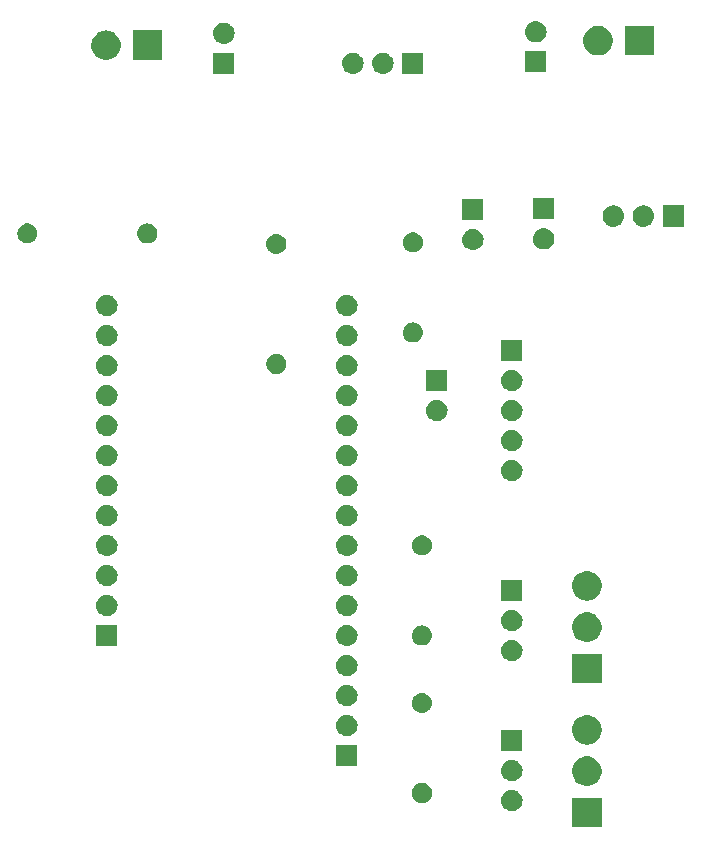
<source format=gbr>
G04 #@! TF.GenerationSoftware,KiCad,Pcbnew,5.0.2-bee76a0~70~ubuntu18.04.1*
G04 #@! TF.CreationDate,2019-07-28T23:16:02-04:00*
G04 #@! TF.ProjectId,knuth-gateway,6b6e7574-682d-4676-9174-657761792e6b,rev?*
G04 #@! TF.SameCoordinates,Original*
G04 #@! TF.FileFunction,Soldermask,Top*
G04 #@! TF.FilePolarity,Negative*
%FSLAX46Y46*%
G04 Gerber Fmt 4.6, Leading zero omitted, Abs format (unit mm)*
G04 Created by KiCad (PCBNEW 5.0.2-bee76a0~70~ubuntu18.04.1) date Sun 28 Jul 2019 11:16:02 PM EDT*
%MOMM*%
%LPD*%
G01*
G04 APERTURE LIST*
%ADD10C,0.100000*%
G04 APERTURE END LIST*
D10*
G36*
X260331000Y-119107000D02*
X257829000Y-119107000D01*
X257829000Y-116605000D01*
X260331000Y-116605000D01*
X260331000Y-119107000D01*
X260331000Y-119107000D01*
G37*
G36*
X252840442Y-115945518D02*
X252906627Y-115952037D01*
X253019853Y-115986384D01*
X253076467Y-116003557D01*
X253215087Y-116077652D01*
X253232991Y-116087222D01*
X253268729Y-116116552D01*
X253370186Y-116199814D01*
X253443227Y-116288816D01*
X253482778Y-116337009D01*
X253482779Y-116337011D01*
X253566443Y-116493533D01*
X253566443Y-116493534D01*
X253617963Y-116663373D01*
X253635359Y-116840000D01*
X253617963Y-117016627D01*
X253606019Y-117056000D01*
X253566443Y-117186467D01*
X253492348Y-117325087D01*
X253482778Y-117342991D01*
X253453448Y-117378729D01*
X253370186Y-117480186D01*
X253268729Y-117563448D01*
X253232991Y-117592778D01*
X253232989Y-117592779D01*
X253076467Y-117676443D01*
X253019853Y-117693616D01*
X252906627Y-117727963D01*
X252840442Y-117734482D01*
X252774260Y-117741000D01*
X252685740Y-117741000D01*
X252619558Y-117734482D01*
X252553373Y-117727963D01*
X252440147Y-117693616D01*
X252383533Y-117676443D01*
X252227011Y-117592779D01*
X252227009Y-117592778D01*
X252191271Y-117563448D01*
X252089814Y-117480186D01*
X252006552Y-117378729D01*
X251977222Y-117342991D01*
X251967652Y-117325087D01*
X251893557Y-117186467D01*
X251853981Y-117056000D01*
X251842037Y-117016627D01*
X251824641Y-116840000D01*
X251842037Y-116663373D01*
X251893557Y-116493534D01*
X251893557Y-116493533D01*
X251977221Y-116337011D01*
X251977222Y-116337009D01*
X252016773Y-116288816D01*
X252089814Y-116199814D01*
X252191271Y-116116552D01*
X252227009Y-116087222D01*
X252244913Y-116077652D01*
X252383533Y-116003557D01*
X252440147Y-115986384D01*
X252553373Y-115952037D01*
X252619558Y-115945518D01*
X252685740Y-115939000D01*
X252774260Y-115939000D01*
X252840442Y-115945518D01*
X252840442Y-115945518D01*
G37*
G36*
X245358228Y-115386703D02*
X245513100Y-115450853D01*
X245652481Y-115543985D01*
X245771015Y-115662519D01*
X245864147Y-115801900D01*
X245928297Y-115956772D01*
X245961000Y-116121184D01*
X245961000Y-116288816D01*
X245928297Y-116453228D01*
X245864147Y-116608100D01*
X245771015Y-116747481D01*
X245652481Y-116866015D01*
X245513100Y-116959147D01*
X245358228Y-117023297D01*
X245193816Y-117056000D01*
X245026184Y-117056000D01*
X244861772Y-117023297D01*
X244706900Y-116959147D01*
X244567519Y-116866015D01*
X244448985Y-116747481D01*
X244355853Y-116608100D01*
X244291703Y-116453228D01*
X244259000Y-116288816D01*
X244259000Y-116121184D01*
X244291703Y-115956772D01*
X244355853Y-115801900D01*
X244448985Y-115662519D01*
X244567519Y-115543985D01*
X244706900Y-115450853D01*
X244861772Y-115386703D01*
X245026184Y-115354000D01*
X245193816Y-115354000D01*
X245358228Y-115386703D01*
X245358228Y-115386703D01*
G37*
G36*
X259263635Y-113117019D02*
X259444903Y-113153075D01*
X259672571Y-113247378D01*
X259876542Y-113383668D01*
X259877469Y-113384287D01*
X260051713Y-113558531D01*
X260051715Y-113558534D01*
X260188622Y-113763429D01*
X260282925Y-113991097D01*
X260331000Y-114232787D01*
X260331000Y-114479213D01*
X260282925Y-114720903D01*
X260188622Y-114948571D01*
X260118992Y-115052779D01*
X260051713Y-115153469D01*
X259877469Y-115327713D01*
X259877466Y-115327715D01*
X259672571Y-115464622D01*
X259444903Y-115558925D01*
X259263635Y-115594981D01*
X259203214Y-115607000D01*
X258956786Y-115607000D01*
X258896365Y-115594981D01*
X258715097Y-115558925D01*
X258487429Y-115464622D01*
X258282534Y-115327715D01*
X258282531Y-115327713D01*
X258108287Y-115153469D01*
X258041008Y-115052779D01*
X257971378Y-114948571D01*
X257877075Y-114720903D01*
X257829000Y-114479213D01*
X257829000Y-114232787D01*
X257877075Y-113991097D01*
X257971378Y-113763429D01*
X258108285Y-113558534D01*
X258108287Y-113558531D01*
X258282531Y-113384287D01*
X258283458Y-113383668D01*
X258487429Y-113247378D01*
X258715097Y-113153075D01*
X258896365Y-113117019D01*
X258956786Y-113105000D01*
X259203214Y-113105000D01*
X259263635Y-113117019D01*
X259263635Y-113117019D01*
G37*
G36*
X252840443Y-113405519D02*
X252906627Y-113412037D01*
X253019853Y-113446384D01*
X253076467Y-113463557D01*
X253215087Y-113537652D01*
X253232991Y-113547222D01*
X253268729Y-113576552D01*
X253370186Y-113659814D01*
X253453448Y-113761271D01*
X253482778Y-113797009D01*
X253482779Y-113797011D01*
X253566443Y-113953533D01*
X253583616Y-114010147D01*
X253617963Y-114123373D01*
X253635359Y-114300000D01*
X253617963Y-114476627D01*
X253617178Y-114479214D01*
X253566443Y-114646467D01*
X253492348Y-114785087D01*
X253482778Y-114802991D01*
X253453448Y-114838729D01*
X253370186Y-114940186D01*
X253268729Y-115023448D01*
X253232991Y-115052778D01*
X253232989Y-115052779D01*
X253076467Y-115136443D01*
X253020349Y-115153466D01*
X252906627Y-115187963D01*
X252840442Y-115194482D01*
X252774260Y-115201000D01*
X252685740Y-115201000D01*
X252619558Y-115194482D01*
X252553373Y-115187963D01*
X252439651Y-115153466D01*
X252383533Y-115136443D01*
X252227011Y-115052779D01*
X252227009Y-115052778D01*
X252191271Y-115023448D01*
X252089814Y-114940186D01*
X252006552Y-114838729D01*
X251977222Y-114802991D01*
X251967652Y-114785087D01*
X251893557Y-114646467D01*
X251842822Y-114479214D01*
X251842037Y-114476627D01*
X251824641Y-114300000D01*
X251842037Y-114123373D01*
X251876384Y-114010147D01*
X251893557Y-113953533D01*
X251977221Y-113797011D01*
X251977222Y-113797009D01*
X252006552Y-113761271D01*
X252089814Y-113659814D01*
X252191271Y-113576552D01*
X252227009Y-113547222D01*
X252244913Y-113537652D01*
X252383533Y-113463557D01*
X252440147Y-113446384D01*
X252553373Y-113412037D01*
X252619557Y-113405519D01*
X252685740Y-113399000D01*
X252774260Y-113399000D01*
X252840443Y-113405519D01*
X252840443Y-113405519D01*
G37*
G36*
X239661000Y-113931000D02*
X237859000Y-113931000D01*
X237859000Y-112129000D01*
X239661000Y-112129000D01*
X239661000Y-113931000D01*
X239661000Y-113931000D01*
G37*
G36*
X253631000Y-112661000D02*
X251829000Y-112661000D01*
X251829000Y-110859000D01*
X253631000Y-110859000D01*
X253631000Y-112661000D01*
X253631000Y-112661000D01*
G37*
G36*
X259263635Y-109617019D02*
X259444903Y-109653075D01*
X259672571Y-109747378D01*
X259825878Y-109849815D01*
X259877469Y-109884287D01*
X260051713Y-110058531D01*
X260051715Y-110058534D01*
X260188622Y-110263429D01*
X260282925Y-110491097D01*
X260317840Y-110666625D01*
X260331000Y-110732786D01*
X260331000Y-110979214D01*
X260318981Y-111039636D01*
X260282925Y-111220903D01*
X260188622Y-111448571D01*
X260052332Y-111652542D01*
X260051713Y-111653469D01*
X259877469Y-111827713D01*
X259877466Y-111827715D01*
X259672571Y-111964622D01*
X259444903Y-112058925D01*
X259263636Y-112094981D01*
X259203214Y-112107000D01*
X258956786Y-112107000D01*
X258896364Y-112094981D01*
X258715097Y-112058925D01*
X258487429Y-111964622D01*
X258282534Y-111827715D01*
X258282531Y-111827713D01*
X258108287Y-111653469D01*
X258107668Y-111652542D01*
X257971378Y-111448571D01*
X257877075Y-111220903D01*
X257841019Y-111039635D01*
X257829000Y-110979214D01*
X257829000Y-110732786D01*
X257842160Y-110666625D01*
X257877075Y-110491097D01*
X257971378Y-110263429D01*
X258108285Y-110058534D01*
X258108287Y-110058531D01*
X258282531Y-109884287D01*
X258334122Y-109849815D01*
X258487429Y-109747378D01*
X258715097Y-109653075D01*
X258896365Y-109617019D01*
X258956786Y-109605000D01*
X259203214Y-109605000D01*
X259263635Y-109617019D01*
X259263635Y-109617019D01*
G37*
G36*
X238870442Y-109595518D02*
X238936627Y-109602037D01*
X239049853Y-109636384D01*
X239106467Y-109653557D01*
X239245087Y-109727652D01*
X239262991Y-109737222D01*
X239275366Y-109747378D01*
X239400186Y-109849814D01*
X239483448Y-109951271D01*
X239512778Y-109987009D01*
X239512779Y-109987011D01*
X239596443Y-110143533D01*
X239596443Y-110143534D01*
X239647963Y-110313373D01*
X239665359Y-110490000D01*
X239647963Y-110666627D01*
X239613616Y-110779853D01*
X239596443Y-110836467D01*
X239522348Y-110975087D01*
X239512778Y-110992991D01*
X239483448Y-111028729D01*
X239400186Y-111130186D01*
X239298729Y-111213448D01*
X239262991Y-111242778D01*
X239262989Y-111242779D01*
X239106467Y-111326443D01*
X239049853Y-111343616D01*
X238936627Y-111377963D01*
X238870443Y-111384481D01*
X238804260Y-111391000D01*
X238715740Y-111391000D01*
X238649557Y-111384481D01*
X238583373Y-111377963D01*
X238470147Y-111343616D01*
X238413533Y-111326443D01*
X238257011Y-111242779D01*
X238257009Y-111242778D01*
X238221271Y-111213448D01*
X238119814Y-111130186D01*
X238036552Y-111028729D01*
X238007222Y-110992991D01*
X237997652Y-110975087D01*
X237923557Y-110836467D01*
X237906384Y-110779853D01*
X237872037Y-110666627D01*
X237854641Y-110490000D01*
X237872037Y-110313373D01*
X237923557Y-110143534D01*
X237923557Y-110143533D01*
X238007221Y-109987011D01*
X238007222Y-109987009D01*
X238036552Y-109951271D01*
X238119814Y-109849814D01*
X238244634Y-109747378D01*
X238257009Y-109737222D01*
X238274913Y-109727652D01*
X238413533Y-109653557D01*
X238470147Y-109636384D01*
X238583373Y-109602037D01*
X238649558Y-109595518D01*
X238715740Y-109589000D01*
X238804260Y-109589000D01*
X238870442Y-109595518D01*
X238870442Y-109595518D01*
G37*
G36*
X245276821Y-107746313D02*
X245276824Y-107746314D01*
X245276825Y-107746314D01*
X245437239Y-107794975D01*
X245437241Y-107794976D01*
X245437244Y-107794977D01*
X245585078Y-107873995D01*
X245714659Y-107980341D01*
X245821005Y-108109922D01*
X245900023Y-108257756D01*
X245948687Y-108418179D01*
X245965117Y-108585000D01*
X245948687Y-108751821D01*
X245948686Y-108751824D01*
X245948686Y-108751825D01*
X245918602Y-108851000D01*
X245900023Y-108912244D01*
X245821005Y-109060078D01*
X245714659Y-109189659D01*
X245585078Y-109296005D01*
X245437244Y-109375023D01*
X245437241Y-109375024D01*
X245437239Y-109375025D01*
X245276825Y-109423686D01*
X245276824Y-109423686D01*
X245276821Y-109423687D01*
X245151804Y-109436000D01*
X245068196Y-109436000D01*
X244943179Y-109423687D01*
X244943176Y-109423686D01*
X244943175Y-109423686D01*
X244782761Y-109375025D01*
X244782759Y-109375024D01*
X244782756Y-109375023D01*
X244634922Y-109296005D01*
X244505341Y-109189659D01*
X244398995Y-109060078D01*
X244319977Y-108912244D01*
X244301399Y-108851000D01*
X244271314Y-108751825D01*
X244271314Y-108751824D01*
X244271313Y-108751821D01*
X244254883Y-108585000D01*
X244271313Y-108418179D01*
X244319977Y-108257756D01*
X244398995Y-108109922D01*
X244505341Y-107980341D01*
X244634922Y-107873995D01*
X244782756Y-107794977D01*
X244782759Y-107794976D01*
X244782761Y-107794975D01*
X244943175Y-107746314D01*
X244943176Y-107746314D01*
X244943179Y-107746313D01*
X245068196Y-107734000D01*
X245151804Y-107734000D01*
X245276821Y-107746313D01*
X245276821Y-107746313D01*
G37*
G36*
X238870442Y-107055518D02*
X238936627Y-107062037D01*
X239049853Y-107096384D01*
X239106467Y-107113557D01*
X239245087Y-107187652D01*
X239262991Y-107197222D01*
X239298729Y-107226552D01*
X239400186Y-107309814D01*
X239483448Y-107411271D01*
X239512778Y-107447009D01*
X239512779Y-107447011D01*
X239596443Y-107603533D01*
X239596443Y-107603534D01*
X239647963Y-107773373D01*
X239665359Y-107950000D01*
X239647963Y-108126627D01*
X239613616Y-108239853D01*
X239596443Y-108296467D01*
X239531388Y-108418175D01*
X239512778Y-108452991D01*
X239483448Y-108488729D01*
X239400186Y-108590186D01*
X239298729Y-108673448D01*
X239262991Y-108702778D01*
X239262989Y-108702779D01*
X239106467Y-108786443D01*
X239049853Y-108803616D01*
X238936627Y-108837963D01*
X238870442Y-108844482D01*
X238804260Y-108851000D01*
X238715740Y-108851000D01*
X238649558Y-108844482D01*
X238583373Y-108837963D01*
X238470147Y-108803616D01*
X238413533Y-108786443D01*
X238257011Y-108702779D01*
X238257009Y-108702778D01*
X238221271Y-108673448D01*
X238119814Y-108590186D01*
X238036552Y-108488729D01*
X238007222Y-108452991D01*
X237988612Y-108418175D01*
X237923557Y-108296467D01*
X237906384Y-108239853D01*
X237872037Y-108126627D01*
X237854641Y-107950000D01*
X237872037Y-107773373D01*
X237923557Y-107603534D01*
X237923557Y-107603533D01*
X238007221Y-107447011D01*
X238007222Y-107447009D01*
X238036552Y-107411271D01*
X238119814Y-107309814D01*
X238221271Y-107226552D01*
X238257009Y-107197222D01*
X238274913Y-107187652D01*
X238413533Y-107113557D01*
X238470147Y-107096384D01*
X238583373Y-107062037D01*
X238649558Y-107055518D01*
X238715740Y-107049000D01*
X238804260Y-107049000D01*
X238870442Y-107055518D01*
X238870442Y-107055518D01*
G37*
G36*
X260331000Y-106915000D02*
X257829000Y-106915000D01*
X257829000Y-104413000D01*
X260331000Y-104413000D01*
X260331000Y-106915000D01*
X260331000Y-106915000D01*
G37*
G36*
X238870443Y-104515519D02*
X238936627Y-104522037D01*
X239049853Y-104556384D01*
X239106467Y-104573557D01*
X239236363Y-104642989D01*
X239262991Y-104657222D01*
X239298729Y-104686552D01*
X239400186Y-104769814D01*
X239483448Y-104871271D01*
X239512778Y-104907009D01*
X239512779Y-104907011D01*
X239596443Y-105063533D01*
X239596443Y-105063534D01*
X239647963Y-105233373D01*
X239665359Y-105410000D01*
X239647963Y-105586627D01*
X239613616Y-105699853D01*
X239596443Y-105756467D01*
X239522348Y-105895087D01*
X239512778Y-105912991D01*
X239483448Y-105948729D01*
X239400186Y-106050186D01*
X239298729Y-106133448D01*
X239262991Y-106162778D01*
X239262989Y-106162779D01*
X239106467Y-106246443D01*
X239049853Y-106263616D01*
X238936627Y-106297963D01*
X238870442Y-106304482D01*
X238804260Y-106311000D01*
X238715740Y-106311000D01*
X238649558Y-106304482D01*
X238583373Y-106297963D01*
X238470147Y-106263616D01*
X238413533Y-106246443D01*
X238257011Y-106162779D01*
X238257009Y-106162778D01*
X238221271Y-106133448D01*
X238119814Y-106050186D01*
X238036552Y-105948729D01*
X238007222Y-105912991D01*
X237997652Y-105895087D01*
X237923557Y-105756467D01*
X237906384Y-105699853D01*
X237872037Y-105586627D01*
X237854641Y-105410000D01*
X237872037Y-105233373D01*
X237923557Y-105063534D01*
X237923557Y-105063533D01*
X238007221Y-104907011D01*
X238007222Y-104907009D01*
X238036552Y-104871271D01*
X238119814Y-104769814D01*
X238221271Y-104686552D01*
X238257009Y-104657222D01*
X238283637Y-104642989D01*
X238413533Y-104573557D01*
X238470147Y-104556384D01*
X238583373Y-104522037D01*
X238649557Y-104515519D01*
X238715740Y-104509000D01*
X238804260Y-104509000D01*
X238870443Y-104515519D01*
X238870443Y-104515519D01*
G37*
G36*
X252840443Y-103245519D02*
X252906627Y-103252037D01*
X253019853Y-103286384D01*
X253076467Y-103303557D01*
X253154146Y-103345078D01*
X253232991Y-103387222D01*
X253266838Y-103415000D01*
X253370186Y-103499814D01*
X253453448Y-103601271D01*
X253482778Y-103637009D01*
X253482779Y-103637011D01*
X253566443Y-103793533D01*
X253566443Y-103793534D01*
X253617963Y-103963373D01*
X253635359Y-104140000D01*
X253617963Y-104316627D01*
X253588729Y-104413000D01*
X253566443Y-104486467D01*
X253547430Y-104522037D01*
X253482778Y-104642991D01*
X253453448Y-104678729D01*
X253370186Y-104780186D01*
X253268729Y-104863448D01*
X253232991Y-104892778D01*
X253232989Y-104892779D01*
X253076467Y-104976443D01*
X253019853Y-104993616D01*
X252906627Y-105027963D01*
X252840442Y-105034482D01*
X252774260Y-105041000D01*
X252685740Y-105041000D01*
X252619557Y-105034481D01*
X252553373Y-105027963D01*
X252440147Y-104993616D01*
X252383533Y-104976443D01*
X252227011Y-104892779D01*
X252227009Y-104892778D01*
X252191271Y-104863448D01*
X252089814Y-104780186D01*
X252006552Y-104678729D01*
X251977222Y-104642991D01*
X251912570Y-104522037D01*
X251893557Y-104486467D01*
X251871271Y-104413000D01*
X251842037Y-104316627D01*
X251824641Y-104140000D01*
X251842037Y-103963373D01*
X251893557Y-103793534D01*
X251893557Y-103793533D01*
X251977221Y-103637011D01*
X251977222Y-103637009D01*
X252006552Y-103601271D01*
X252089814Y-103499814D01*
X252193162Y-103415000D01*
X252227009Y-103387222D01*
X252305854Y-103345078D01*
X252383533Y-103303557D01*
X252440147Y-103286384D01*
X252553373Y-103252037D01*
X252619558Y-103245518D01*
X252685740Y-103239000D01*
X252774260Y-103239000D01*
X252840443Y-103245519D01*
X252840443Y-103245519D01*
G37*
G36*
X238870442Y-101975518D02*
X238936627Y-101982037D01*
X239049853Y-102016384D01*
X239106467Y-102033557D01*
X239193311Y-102079977D01*
X239262991Y-102117222D01*
X239298729Y-102146552D01*
X239400186Y-102229814D01*
X239483448Y-102331271D01*
X239512778Y-102367009D01*
X239512779Y-102367011D01*
X239596443Y-102523533D01*
X239613616Y-102580147D01*
X239647963Y-102693373D01*
X239665359Y-102870000D01*
X239647963Y-103046627D01*
X239613616Y-103159853D01*
X239596443Y-103216467D01*
X239566427Y-103272622D01*
X239512778Y-103372991D01*
X239483448Y-103408729D01*
X239400186Y-103510186D01*
X239298729Y-103593448D01*
X239262991Y-103622778D01*
X239262989Y-103622779D01*
X239106467Y-103706443D01*
X239099069Y-103708687D01*
X238936627Y-103757963D01*
X238870443Y-103764481D01*
X238804260Y-103771000D01*
X238715740Y-103771000D01*
X238649557Y-103764481D01*
X238583373Y-103757963D01*
X238420931Y-103708687D01*
X238413533Y-103706443D01*
X238257011Y-103622779D01*
X238257009Y-103622778D01*
X238221271Y-103593448D01*
X238119814Y-103510186D01*
X238036552Y-103408729D01*
X238007222Y-103372991D01*
X237953573Y-103272622D01*
X237923557Y-103216467D01*
X237906384Y-103159853D01*
X237872037Y-103046627D01*
X237854641Y-102870000D01*
X237872037Y-102693373D01*
X237906384Y-102580147D01*
X237923557Y-102523533D01*
X238007221Y-102367011D01*
X238007222Y-102367009D01*
X238036552Y-102331271D01*
X238119814Y-102229814D01*
X238221271Y-102146552D01*
X238257009Y-102117222D01*
X238326689Y-102079977D01*
X238413533Y-102033557D01*
X238470147Y-102016384D01*
X238583373Y-101982037D01*
X238649558Y-101975518D01*
X238715740Y-101969000D01*
X238804260Y-101969000D01*
X238870442Y-101975518D01*
X238870442Y-101975518D01*
G37*
G36*
X219341000Y-103771000D02*
X217539000Y-103771000D01*
X217539000Y-101969000D01*
X219341000Y-101969000D01*
X219341000Y-103771000D01*
X219341000Y-103771000D01*
G37*
G36*
X245276821Y-102031313D02*
X245276824Y-102031314D01*
X245276825Y-102031314D01*
X245437239Y-102079975D01*
X245437241Y-102079976D01*
X245437244Y-102079977D01*
X245585078Y-102158995D01*
X245714659Y-102265341D01*
X245821005Y-102394922D01*
X245900023Y-102542756D01*
X245900024Y-102542759D01*
X245900025Y-102542761D01*
X245945713Y-102693375D01*
X245948687Y-102703179D01*
X245965117Y-102870000D01*
X245948687Y-103036821D01*
X245948686Y-103036824D01*
X245948686Y-103036825D01*
X245918689Y-103135713D01*
X245900023Y-103197244D01*
X245821005Y-103345078D01*
X245714659Y-103474659D01*
X245585078Y-103581005D01*
X245437244Y-103660023D01*
X245437241Y-103660024D01*
X245437239Y-103660025D01*
X245276825Y-103708686D01*
X245276824Y-103708686D01*
X245276821Y-103708687D01*
X245151804Y-103721000D01*
X245068196Y-103721000D01*
X244943179Y-103708687D01*
X244943176Y-103708686D01*
X244943175Y-103708686D01*
X244782761Y-103660025D01*
X244782759Y-103660024D01*
X244782756Y-103660023D01*
X244634922Y-103581005D01*
X244505341Y-103474659D01*
X244398995Y-103345078D01*
X244319977Y-103197244D01*
X244301312Y-103135713D01*
X244271314Y-103036825D01*
X244271314Y-103036824D01*
X244271313Y-103036821D01*
X244254883Y-102870000D01*
X244271313Y-102703179D01*
X244274287Y-102693375D01*
X244319975Y-102542761D01*
X244319976Y-102542759D01*
X244319977Y-102542756D01*
X244398995Y-102394922D01*
X244505341Y-102265341D01*
X244634922Y-102158995D01*
X244782756Y-102079977D01*
X244782759Y-102079976D01*
X244782761Y-102079975D01*
X244943175Y-102031314D01*
X244943176Y-102031314D01*
X244943179Y-102031313D01*
X245068196Y-102019000D01*
X245151804Y-102019000D01*
X245276821Y-102031313D01*
X245276821Y-102031313D01*
G37*
G36*
X259263635Y-100925019D02*
X259444903Y-100961075D01*
X259672571Y-101055378D01*
X259838791Y-101166443D01*
X259877469Y-101192287D01*
X260051713Y-101366531D01*
X260051715Y-101366534D01*
X260188622Y-101571429D01*
X260282925Y-101799097D01*
X260331000Y-102040787D01*
X260331000Y-102287213D01*
X260282925Y-102528903D01*
X260188622Y-102756571D01*
X260052332Y-102960542D01*
X260051713Y-102961469D01*
X259877469Y-103135713D01*
X259877466Y-103135715D01*
X259672571Y-103272622D01*
X259444903Y-103366925D01*
X259263635Y-103402981D01*
X259203214Y-103415000D01*
X258956786Y-103415000D01*
X258896364Y-103402981D01*
X258715097Y-103366925D01*
X258487429Y-103272622D01*
X258282534Y-103135715D01*
X258282531Y-103135713D01*
X258108287Y-102961469D01*
X258107668Y-102960542D01*
X257971378Y-102756571D01*
X257877075Y-102528903D01*
X257829000Y-102287213D01*
X257829000Y-102040787D01*
X257877075Y-101799097D01*
X257971378Y-101571429D01*
X258108285Y-101366534D01*
X258108287Y-101366531D01*
X258282531Y-101192287D01*
X258321209Y-101166443D01*
X258487429Y-101055378D01*
X258715097Y-100961075D01*
X258896365Y-100925019D01*
X258956786Y-100913000D01*
X259203214Y-100913000D01*
X259263635Y-100925019D01*
X259263635Y-100925019D01*
G37*
G36*
X252840443Y-100705519D02*
X252906627Y-100712037D01*
X253019853Y-100746384D01*
X253076467Y-100763557D01*
X253206363Y-100832989D01*
X253232991Y-100847222D01*
X253268729Y-100876552D01*
X253370186Y-100959814D01*
X253448612Y-101055378D01*
X253482778Y-101097009D01*
X253482779Y-101097011D01*
X253566443Y-101253533D01*
X253566443Y-101253534D01*
X253617963Y-101423373D01*
X253635359Y-101600000D01*
X253617963Y-101776627D01*
X253583616Y-101889853D01*
X253566443Y-101946467D01*
X253519892Y-102033557D01*
X253482778Y-102102991D01*
X253453448Y-102138729D01*
X253370186Y-102240186D01*
X253268729Y-102323448D01*
X253232991Y-102352778D01*
X253232989Y-102352779D01*
X253076467Y-102436443D01*
X253019853Y-102453616D01*
X252906627Y-102487963D01*
X252840442Y-102494482D01*
X252774260Y-102501000D01*
X252685740Y-102501000D01*
X252619558Y-102494482D01*
X252553373Y-102487963D01*
X252440147Y-102453616D01*
X252383533Y-102436443D01*
X252227011Y-102352779D01*
X252227009Y-102352778D01*
X252191271Y-102323448D01*
X252089814Y-102240186D01*
X252006552Y-102138729D01*
X251977222Y-102102991D01*
X251940108Y-102033557D01*
X251893557Y-101946467D01*
X251876384Y-101889853D01*
X251842037Y-101776627D01*
X251824641Y-101600000D01*
X251842037Y-101423373D01*
X251893557Y-101253534D01*
X251893557Y-101253533D01*
X251977221Y-101097011D01*
X251977222Y-101097009D01*
X252011388Y-101055378D01*
X252089814Y-100959814D01*
X252191271Y-100876552D01*
X252227009Y-100847222D01*
X252253637Y-100832989D01*
X252383533Y-100763557D01*
X252440147Y-100746384D01*
X252553373Y-100712037D01*
X252619557Y-100705519D01*
X252685740Y-100699000D01*
X252774260Y-100699000D01*
X252840443Y-100705519D01*
X252840443Y-100705519D01*
G37*
G36*
X238870443Y-99435519D02*
X238936627Y-99442037D01*
X239049853Y-99476384D01*
X239106467Y-99493557D01*
X239245087Y-99567652D01*
X239262991Y-99577222D01*
X239298729Y-99606552D01*
X239400186Y-99689814D01*
X239483448Y-99791271D01*
X239512778Y-99827009D01*
X239512779Y-99827011D01*
X239596443Y-99983533D01*
X239596443Y-99983534D01*
X239647963Y-100153373D01*
X239665359Y-100330000D01*
X239647963Y-100506627D01*
X239613616Y-100619853D01*
X239596443Y-100676467D01*
X239577430Y-100712037D01*
X239512778Y-100832991D01*
X239483448Y-100868729D01*
X239400186Y-100970186D01*
X239298729Y-101053448D01*
X239262991Y-101082778D01*
X239262989Y-101082779D01*
X239106467Y-101166443D01*
X239049853Y-101183616D01*
X238936627Y-101217963D01*
X238870443Y-101224481D01*
X238804260Y-101231000D01*
X238715740Y-101231000D01*
X238649558Y-101224482D01*
X238583373Y-101217963D01*
X238470147Y-101183616D01*
X238413533Y-101166443D01*
X238257011Y-101082779D01*
X238257009Y-101082778D01*
X238221271Y-101053448D01*
X238119814Y-100970186D01*
X238036552Y-100868729D01*
X238007222Y-100832991D01*
X237942570Y-100712037D01*
X237923557Y-100676467D01*
X237906384Y-100619853D01*
X237872037Y-100506627D01*
X237854641Y-100330000D01*
X237872037Y-100153373D01*
X237923557Y-99983534D01*
X237923557Y-99983533D01*
X238007221Y-99827011D01*
X238007222Y-99827009D01*
X238036552Y-99791271D01*
X238119814Y-99689814D01*
X238221271Y-99606552D01*
X238257009Y-99577222D01*
X238274913Y-99567652D01*
X238413533Y-99493557D01*
X238470147Y-99476384D01*
X238583373Y-99442037D01*
X238649558Y-99435518D01*
X238715740Y-99429000D01*
X238804260Y-99429000D01*
X238870443Y-99435519D01*
X238870443Y-99435519D01*
G37*
G36*
X218550443Y-99435519D02*
X218616627Y-99442037D01*
X218729853Y-99476384D01*
X218786467Y-99493557D01*
X218925087Y-99567652D01*
X218942991Y-99577222D01*
X218978729Y-99606552D01*
X219080186Y-99689814D01*
X219163448Y-99791271D01*
X219192778Y-99827009D01*
X219192779Y-99827011D01*
X219276443Y-99983533D01*
X219276443Y-99983534D01*
X219327963Y-100153373D01*
X219345359Y-100330000D01*
X219327963Y-100506627D01*
X219293616Y-100619853D01*
X219276443Y-100676467D01*
X219257430Y-100712037D01*
X219192778Y-100832991D01*
X219163448Y-100868729D01*
X219080186Y-100970186D01*
X218978729Y-101053448D01*
X218942991Y-101082778D01*
X218942989Y-101082779D01*
X218786467Y-101166443D01*
X218729853Y-101183616D01*
X218616627Y-101217963D01*
X218550443Y-101224481D01*
X218484260Y-101231000D01*
X218395740Y-101231000D01*
X218329558Y-101224482D01*
X218263373Y-101217963D01*
X218150147Y-101183616D01*
X218093533Y-101166443D01*
X217937011Y-101082779D01*
X217937009Y-101082778D01*
X217901271Y-101053448D01*
X217799814Y-100970186D01*
X217716552Y-100868729D01*
X217687222Y-100832991D01*
X217622570Y-100712037D01*
X217603557Y-100676467D01*
X217586384Y-100619853D01*
X217552037Y-100506627D01*
X217534641Y-100330000D01*
X217552037Y-100153373D01*
X217603557Y-99983534D01*
X217603557Y-99983533D01*
X217687221Y-99827011D01*
X217687222Y-99827009D01*
X217716552Y-99791271D01*
X217799814Y-99689814D01*
X217901271Y-99606552D01*
X217937009Y-99577222D01*
X217954913Y-99567652D01*
X218093533Y-99493557D01*
X218150147Y-99476384D01*
X218263373Y-99442037D01*
X218329558Y-99435518D01*
X218395740Y-99429000D01*
X218484260Y-99429000D01*
X218550443Y-99435519D01*
X218550443Y-99435519D01*
G37*
G36*
X253631000Y-99961000D02*
X251829000Y-99961000D01*
X251829000Y-98159000D01*
X253631000Y-98159000D01*
X253631000Y-99961000D01*
X253631000Y-99961000D01*
G37*
G36*
X259263636Y-97425019D02*
X259444903Y-97461075D01*
X259672571Y-97555378D01*
X259876542Y-97691668D01*
X259877469Y-97692287D01*
X260051713Y-97866531D01*
X260051715Y-97866534D01*
X260188622Y-98071429D01*
X260282925Y-98299097D01*
X260331000Y-98540787D01*
X260331000Y-98787213D01*
X260282925Y-99028903D01*
X260188622Y-99256571D01*
X260073408Y-99429000D01*
X260051713Y-99461469D01*
X259877469Y-99635713D01*
X259877466Y-99635715D01*
X259672571Y-99772622D01*
X259444903Y-99866925D01*
X259263635Y-99902981D01*
X259203214Y-99915000D01*
X258956786Y-99915000D01*
X258896364Y-99902981D01*
X258715097Y-99866925D01*
X258487429Y-99772622D01*
X258282534Y-99635715D01*
X258282531Y-99635713D01*
X258108287Y-99461469D01*
X258086592Y-99429000D01*
X257971378Y-99256571D01*
X257877075Y-99028903D01*
X257829000Y-98787213D01*
X257829000Y-98540787D01*
X257877075Y-98299097D01*
X257971378Y-98071429D01*
X258108285Y-97866534D01*
X258108287Y-97866531D01*
X258282531Y-97692287D01*
X258283458Y-97691668D01*
X258487429Y-97555378D01*
X258715097Y-97461075D01*
X258896364Y-97425019D01*
X258956786Y-97413000D01*
X259203214Y-97413000D01*
X259263636Y-97425019D01*
X259263636Y-97425019D01*
G37*
G36*
X218550442Y-96895518D02*
X218616627Y-96902037D01*
X218729853Y-96936384D01*
X218786467Y-96953557D01*
X218925087Y-97027652D01*
X218942991Y-97037222D01*
X218978729Y-97066552D01*
X219080186Y-97149814D01*
X219163448Y-97251271D01*
X219192778Y-97287009D01*
X219192779Y-97287011D01*
X219276443Y-97443533D01*
X219276443Y-97443534D01*
X219327963Y-97613373D01*
X219345359Y-97790000D01*
X219327963Y-97966627D01*
X219296172Y-98071429D01*
X219276443Y-98136467D01*
X219202348Y-98275087D01*
X219192778Y-98292991D01*
X219187764Y-98299100D01*
X219080186Y-98430186D01*
X218978729Y-98513448D01*
X218942991Y-98542778D01*
X218942989Y-98542779D01*
X218786467Y-98626443D01*
X218729853Y-98643616D01*
X218616627Y-98677963D01*
X218550442Y-98684482D01*
X218484260Y-98691000D01*
X218395740Y-98691000D01*
X218329558Y-98684482D01*
X218263373Y-98677963D01*
X218150147Y-98643616D01*
X218093533Y-98626443D01*
X217937011Y-98542779D01*
X217937009Y-98542778D01*
X217901271Y-98513448D01*
X217799814Y-98430186D01*
X217692236Y-98299100D01*
X217687222Y-98292991D01*
X217677652Y-98275087D01*
X217603557Y-98136467D01*
X217583828Y-98071429D01*
X217552037Y-97966627D01*
X217534641Y-97790000D01*
X217552037Y-97613373D01*
X217603557Y-97443534D01*
X217603557Y-97443533D01*
X217687221Y-97287011D01*
X217687222Y-97287009D01*
X217716552Y-97251271D01*
X217799814Y-97149814D01*
X217901271Y-97066552D01*
X217937009Y-97037222D01*
X217954913Y-97027652D01*
X218093533Y-96953557D01*
X218150147Y-96936384D01*
X218263373Y-96902037D01*
X218329558Y-96895518D01*
X218395740Y-96889000D01*
X218484260Y-96889000D01*
X218550442Y-96895518D01*
X218550442Y-96895518D01*
G37*
G36*
X238870442Y-96895518D02*
X238936627Y-96902037D01*
X239049853Y-96936384D01*
X239106467Y-96953557D01*
X239245087Y-97027652D01*
X239262991Y-97037222D01*
X239298729Y-97066552D01*
X239400186Y-97149814D01*
X239483448Y-97251271D01*
X239512778Y-97287009D01*
X239512779Y-97287011D01*
X239596443Y-97443533D01*
X239596443Y-97443534D01*
X239647963Y-97613373D01*
X239665359Y-97790000D01*
X239647963Y-97966627D01*
X239616172Y-98071429D01*
X239596443Y-98136467D01*
X239522348Y-98275087D01*
X239512778Y-98292991D01*
X239507764Y-98299100D01*
X239400186Y-98430186D01*
X239298729Y-98513448D01*
X239262991Y-98542778D01*
X239262989Y-98542779D01*
X239106467Y-98626443D01*
X239049853Y-98643616D01*
X238936627Y-98677963D01*
X238870442Y-98684482D01*
X238804260Y-98691000D01*
X238715740Y-98691000D01*
X238649558Y-98684482D01*
X238583373Y-98677963D01*
X238470147Y-98643616D01*
X238413533Y-98626443D01*
X238257011Y-98542779D01*
X238257009Y-98542778D01*
X238221271Y-98513448D01*
X238119814Y-98430186D01*
X238012236Y-98299100D01*
X238007222Y-98292991D01*
X237997652Y-98275087D01*
X237923557Y-98136467D01*
X237903828Y-98071429D01*
X237872037Y-97966627D01*
X237854641Y-97790000D01*
X237872037Y-97613373D01*
X237923557Y-97443534D01*
X237923557Y-97443533D01*
X238007221Y-97287011D01*
X238007222Y-97287009D01*
X238036552Y-97251271D01*
X238119814Y-97149814D01*
X238221271Y-97066552D01*
X238257009Y-97037222D01*
X238274913Y-97027652D01*
X238413533Y-96953557D01*
X238470147Y-96936384D01*
X238583373Y-96902037D01*
X238649558Y-96895518D01*
X238715740Y-96889000D01*
X238804260Y-96889000D01*
X238870442Y-96895518D01*
X238870442Y-96895518D01*
G37*
G36*
X238870442Y-94355518D02*
X238936627Y-94362037D01*
X239049853Y-94396384D01*
X239106467Y-94413557D01*
X239245087Y-94487652D01*
X239262991Y-94497222D01*
X239298729Y-94526552D01*
X239400186Y-94609814D01*
X239480369Y-94707519D01*
X239512778Y-94747009D01*
X239512779Y-94747011D01*
X239596443Y-94903533D01*
X239596443Y-94903534D01*
X239647963Y-95073373D01*
X239665359Y-95250000D01*
X239647963Y-95426627D01*
X239626243Y-95498228D01*
X239596443Y-95596467D01*
X239522348Y-95735087D01*
X239512778Y-95752991D01*
X239483448Y-95788729D01*
X239400186Y-95890186D01*
X239298729Y-95973448D01*
X239262991Y-96002778D01*
X239262989Y-96002779D01*
X239106467Y-96086443D01*
X239058478Y-96101000D01*
X238936627Y-96137963D01*
X238870443Y-96144481D01*
X238804260Y-96151000D01*
X238715740Y-96151000D01*
X238649558Y-96144482D01*
X238583373Y-96137963D01*
X238461522Y-96101000D01*
X238413533Y-96086443D01*
X238257011Y-96002779D01*
X238257009Y-96002778D01*
X238221271Y-95973448D01*
X238119814Y-95890186D01*
X238036552Y-95788729D01*
X238007222Y-95752991D01*
X237997652Y-95735087D01*
X237923557Y-95596467D01*
X237893757Y-95498228D01*
X237872037Y-95426627D01*
X237854641Y-95250000D01*
X237872037Y-95073373D01*
X237923557Y-94903534D01*
X237923557Y-94903533D01*
X238007221Y-94747011D01*
X238007222Y-94747009D01*
X238039631Y-94707519D01*
X238119814Y-94609814D01*
X238221271Y-94526552D01*
X238257009Y-94497222D01*
X238274913Y-94487652D01*
X238413533Y-94413557D01*
X238470147Y-94396384D01*
X238583373Y-94362037D01*
X238649557Y-94355519D01*
X238715740Y-94349000D01*
X238804260Y-94349000D01*
X238870442Y-94355518D01*
X238870442Y-94355518D01*
G37*
G36*
X218550442Y-94355518D02*
X218616627Y-94362037D01*
X218729853Y-94396384D01*
X218786467Y-94413557D01*
X218925087Y-94487652D01*
X218942991Y-94497222D01*
X218978729Y-94526552D01*
X219080186Y-94609814D01*
X219160369Y-94707519D01*
X219192778Y-94747009D01*
X219192779Y-94747011D01*
X219276443Y-94903533D01*
X219276443Y-94903534D01*
X219327963Y-95073373D01*
X219345359Y-95250000D01*
X219327963Y-95426627D01*
X219306243Y-95498228D01*
X219276443Y-95596467D01*
X219202348Y-95735087D01*
X219192778Y-95752991D01*
X219163448Y-95788729D01*
X219080186Y-95890186D01*
X218978729Y-95973448D01*
X218942991Y-96002778D01*
X218942989Y-96002779D01*
X218786467Y-96086443D01*
X218738478Y-96101000D01*
X218616627Y-96137963D01*
X218550443Y-96144481D01*
X218484260Y-96151000D01*
X218395740Y-96151000D01*
X218329558Y-96144482D01*
X218263373Y-96137963D01*
X218141522Y-96101000D01*
X218093533Y-96086443D01*
X217937011Y-96002779D01*
X217937009Y-96002778D01*
X217901271Y-95973448D01*
X217799814Y-95890186D01*
X217716552Y-95788729D01*
X217687222Y-95752991D01*
X217677652Y-95735087D01*
X217603557Y-95596467D01*
X217573757Y-95498228D01*
X217552037Y-95426627D01*
X217534641Y-95250000D01*
X217552037Y-95073373D01*
X217603557Y-94903534D01*
X217603557Y-94903533D01*
X217687221Y-94747011D01*
X217687222Y-94747009D01*
X217719631Y-94707519D01*
X217799814Y-94609814D01*
X217901271Y-94526552D01*
X217937009Y-94497222D01*
X217954913Y-94487652D01*
X218093533Y-94413557D01*
X218150147Y-94396384D01*
X218263373Y-94362037D01*
X218329557Y-94355519D01*
X218395740Y-94349000D01*
X218484260Y-94349000D01*
X218550442Y-94355518D01*
X218550442Y-94355518D01*
G37*
G36*
X245358228Y-94431703D02*
X245513100Y-94495853D01*
X245652481Y-94588985D01*
X245771015Y-94707519D01*
X245864147Y-94846900D01*
X245928297Y-95001772D01*
X245961000Y-95166184D01*
X245961000Y-95333816D01*
X245928297Y-95498228D01*
X245864147Y-95653100D01*
X245771015Y-95792481D01*
X245652481Y-95911015D01*
X245513100Y-96004147D01*
X245358228Y-96068297D01*
X245193816Y-96101000D01*
X245026184Y-96101000D01*
X244861772Y-96068297D01*
X244706900Y-96004147D01*
X244567519Y-95911015D01*
X244448985Y-95792481D01*
X244355853Y-95653100D01*
X244291703Y-95498228D01*
X244259000Y-95333816D01*
X244259000Y-95166184D01*
X244291703Y-95001772D01*
X244355853Y-94846900D01*
X244448985Y-94707519D01*
X244567519Y-94588985D01*
X244706900Y-94495853D01*
X244861772Y-94431703D01*
X245026184Y-94399000D01*
X245193816Y-94399000D01*
X245358228Y-94431703D01*
X245358228Y-94431703D01*
G37*
G36*
X218550442Y-91815518D02*
X218616627Y-91822037D01*
X218729853Y-91856384D01*
X218786467Y-91873557D01*
X218925087Y-91947652D01*
X218942991Y-91957222D01*
X218978729Y-91986552D01*
X219080186Y-92069814D01*
X219163448Y-92171271D01*
X219192778Y-92207009D01*
X219192779Y-92207011D01*
X219276443Y-92363533D01*
X219276443Y-92363534D01*
X219327963Y-92533373D01*
X219345359Y-92710000D01*
X219327963Y-92886627D01*
X219293616Y-92999853D01*
X219276443Y-93056467D01*
X219202348Y-93195087D01*
X219192778Y-93212991D01*
X219163448Y-93248729D01*
X219080186Y-93350186D01*
X218978729Y-93433448D01*
X218942991Y-93462778D01*
X218942989Y-93462779D01*
X218786467Y-93546443D01*
X218729853Y-93563616D01*
X218616627Y-93597963D01*
X218550442Y-93604482D01*
X218484260Y-93611000D01*
X218395740Y-93611000D01*
X218329557Y-93604481D01*
X218263373Y-93597963D01*
X218150147Y-93563616D01*
X218093533Y-93546443D01*
X217937011Y-93462779D01*
X217937009Y-93462778D01*
X217901271Y-93433448D01*
X217799814Y-93350186D01*
X217716552Y-93248729D01*
X217687222Y-93212991D01*
X217677652Y-93195087D01*
X217603557Y-93056467D01*
X217586384Y-92999853D01*
X217552037Y-92886627D01*
X217534641Y-92710000D01*
X217552037Y-92533373D01*
X217603557Y-92363534D01*
X217603557Y-92363533D01*
X217687221Y-92207011D01*
X217687222Y-92207009D01*
X217716552Y-92171271D01*
X217799814Y-92069814D01*
X217901271Y-91986552D01*
X217937009Y-91957222D01*
X217954913Y-91947652D01*
X218093533Y-91873557D01*
X218150147Y-91856384D01*
X218263373Y-91822037D01*
X218329558Y-91815518D01*
X218395740Y-91809000D01*
X218484260Y-91809000D01*
X218550442Y-91815518D01*
X218550442Y-91815518D01*
G37*
G36*
X238870442Y-91815518D02*
X238936627Y-91822037D01*
X239049853Y-91856384D01*
X239106467Y-91873557D01*
X239245087Y-91947652D01*
X239262991Y-91957222D01*
X239298729Y-91986552D01*
X239400186Y-92069814D01*
X239483448Y-92171271D01*
X239512778Y-92207009D01*
X239512779Y-92207011D01*
X239596443Y-92363533D01*
X239596443Y-92363534D01*
X239647963Y-92533373D01*
X239665359Y-92710000D01*
X239647963Y-92886627D01*
X239613616Y-92999853D01*
X239596443Y-93056467D01*
X239522348Y-93195087D01*
X239512778Y-93212991D01*
X239483448Y-93248729D01*
X239400186Y-93350186D01*
X239298729Y-93433448D01*
X239262991Y-93462778D01*
X239262989Y-93462779D01*
X239106467Y-93546443D01*
X239049853Y-93563616D01*
X238936627Y-93597963D01*
X238870442Y-93604482D01*
X238804260Y-93611000D01*
X238715740Y-93611000D01*
X238649557Y-93604481D01*
X238583373Y-93597963D01*
X238470147Y-93563616D01*
X238413533Y-93546443D01*
X238257011Y-93462779D01*
X238257009Y-93462778D01*
X238221271Y-93433448D01*
X238119814Y-93350186D01*
X238036552Y-93248729D01*
X238007222Y-93212991D01*
X237997652Y-93195087D01*
X237923557Y-93056467D01*
X237906384Y-92999853D01*
X237872037Y-92886627D01*
X237854641Y-92710000D01*
X237872037Y-92533373D01*
X237923557Y-92363534D01*
X237923557Y-92363533D01*
X238007221Y-92207011D01*
X238007222Y-92207009D01*
X238036552Y-92171271D01*
X238119814Y-92069814D01*
X238221271Y-91986552D01*
X238257009Y-91957222D01*
X238274913Y-91947652D01*
X238413533Y-91873557D01*
X238470147Y-91856384D01*
X238583373Y-91822037D01*
X238649558Y-91815518D01*
X238715740Y-91809000D01*
X238804260Y-91809000D01*
X238870442Y-91815518D01*
X238870442Y-91815518D01*
G37*
G36*
X218550443Y-89275519D02*
X218616627Y-89282037D01*
X218729853Y-89316384D01*
X218786467Y-89333557D01*
X218916363Y-89402989D01*
X218942991Y-89417222D01*
X218978729Y-89446552D01*
X219080186Y-89529814D01*
X219163448Y-89631271D01*
X219192778Y-89667009D01*
X219192779Y-89667011D01*
X219276443Y-89823533D01*
X219276443Y-89823534D01*
X219327963Y-89993373D01*
X219345359Y-90170000D01*
X219327963Y-90346627D01*
X219293616Y-90459853D01*
X219276443Y-90516467D01*
X219202348Y-90655087D01*
X219192778Y-90672991D01*
X219163448Y-90708729D01*
X219080186Y-90810186D01*
X218978729Y-90893448D01*
X218942991Y-90922778D01*
X218942989Y-90922779D01*
X218786467Y-91006443D01*
X218729853Y-91023616D01*
X218616627Y-91057963D01*
X218550442Y-91064482D01*
X218484260Y-91071000D01*
X218395740Y-91071000D01*
X218329558Y-91064482D01*
X218263373Y-91057963D01*
X218150147Y-91023616D01*
X218093533Y-91006443D01*
X217937011Y-90922779D01*
X217937009Y-90922778D01*
X217901271Y-90893448D01*
X217799814Y-90810186D01*
X217716552Y-90708729D01*
X217687222Y-90672991D01*
X217677652Y-90655087D01*
X217603557Y-90516467D01*
X217586384Y-90459853D01*
X217552037Y-90346627D01*
X217534641Y-90170000D01*
X217552037Y-89993373D01*
X217603557Y-89823534D01*
X217603557Y-89823533D01*
X217687221Y-89667011D01*
X217687222Y-89667009D01*
X217716552Y-89631271D01*
X217799814Y-89529814D01*
X217901271Y-89446552D01*
X217937009Y-89417222D01*
X217963637Y-89402989D01*
X218093533Y-89333557D01*
X218150147Y-89316384D01*
X218263373Y-89282037D01*
X218329557Y-89275519D01*
X218395740Y-89269000D01*
X218484260Y-89269000D01*
X218550443Y-89275519D01*
X218550443Y-89275519D01*
G37*
G36*
X238870443Y-89275519D02*
X238936627Y-89282037D01*
X239049853Y-89316384D01*
X239106467Y-89333557D01*
X239236363Y-89402989D01*
X239262991Y-89417222D01*
X239298729Y-89446552D01*
X239400186Y-89529814D01*
X239483448Y-89631271D01*
X239512778Y-89667009D01*
X239512779Y-89667011D01*
X239596443Y-89823533D01*
X239596443Y-89823534D01*
X239647963Y-89993373D01*
X239665359Y-90170000D01*
X239647963Y-90346627D01*
X239613616Y-90459853D01*
X239596443Y-90516467D01*
X239522348Y-90655087D01*
X239512778Y-90672991D01*
X239483448Y-90708729D01*
X239400186Y-90810186D01*
X239298729Y-90893448D01*
X239262991Y-90922778D01*
X239262989Y-90922779D01*
X239106467Y-91006443D01*
X239049853Y-91023616D01*
X238936627Y-91057963D01*
X238870442Y-91064482D01*
X238804260Y-91071000D01*
X238715740Y-91071000D01*
X238649558Y-91064482D01*
X238583373Y-91057963D01*
X238470147Y-91023616D01*
X238413533Y-91006443D01*
X238257011Y-90922779D01*
X238257009Y-90922778D01*
X238221271Y-90893448D01*
X238119814Y-90810186D01*
X238036552Y-90708729D01*
X238007222Y-90672991D01*
X237997652Y-90655087D01*
X237923557Y-90516467D01*
X237906384Y-90459853D01*
X237872037Y-90346627D01*
X237854641Y-90170000D01*
X237872037Y-89993373D01*
X237923557Y-89823534D01*
X237923557Y-89823533D01*
X238007221Y-89667011D01*
X238007222Y-89667009D01*
X238036552Y-89631271D01*
X238119814Y-89529814D01*
X238221271Y-89446552D01*
X238257009Y-89417222D01*
X238283637Y-89402989D01*
X238413533Y-89333557D01*
X238470147Y-89316384D01*
X238583373Y-89282037D01*
X238649557Y-89275519D01*
X238715740Y-89269000D01*
X238804260Y-89269000D01*
X238870443Y-89275519D01*
X238870443Y-89275519D01*
G37*
G36*
X252840443Y-88005519D02*
X252906627Y-88012037D01*
X253019853Y-88046384D01*
X253076467Y-88063557D01*
X253206363Y-88132989D01*
X253232991Y-88147222D01*
X253268729Y-88176552D01*
X253370186Y-88259814D01*
X253453448Y-88361271D01*
X253482778Y-88397009D01*
X253482779Y-88397011D01*
X253566443Y-88553533D01*
X253566443Y-88553534D01*
X253617963Y-88723373D01*
X253635359Y-88900000D01*
X253617963Y-89076627D01*
X253583616Y-89189853D01*
X253566443Y-89246467D01*
X253547430Y-89282037D01*
X253482778Y-89402991D01*
X253453448Y-89438729D01*
X253370186Y-89540186D01*
X253268729Y-89623448D01*
X253232991Y-89652778D01*
X253232989Y-89652779D01*
X253076467Y-89736443D01*
X253019853Y-89753616D01*
X252906627Y-89787963D01*
X252840443Y-89794481D01*
X252774260Y-89801000D01*
X252685740Y-89801000D01*
X252619557Y-89794481D01*
X252553373Y-89787963D01*
X252440147Y-89753616D01*
X252383533Y-89736443D01*
X252227011Y-89652779D01*
X252227009Y-89652778D01*
X252191271Y-89623448D01*
X252089814Y-89540186D01*
X252006552Y-89438729D01*
X251977222Y-89402991D01*
X251912570Y-89282037D01*
X251893557Y-89246467D01*
X251876384Y-89189853D01*
X251842037Y-89076627D01*
X251824641Y-88900000D01*
X251842037Y-88723373D01*
X251893557Y-88553534D01*
X251893557Y-88553533D01*
X251977221Y-88397011D01*
X251977222Y-88397009D01*
X252006552Y-88361271D01*
X252089814Y-88259814D01*
X252191271Y-88176552D01*
X252227009Y-88147222D01*
X252253637Y-88132989D01*
X252383533Y-88063557D01*
X252440147Y-88046384D01*
X252553373Y-88012037D01*
X252619558Y-88005518D01*
X252685740Y-87999000D01*
X252774260Y-87999000D01*
X252840443Y-88005519D01*
X252840443Y-88005519D01*
G37*
G36*
X218550442Y-86735518D02*
X218616627Y-86742037D01*
X218729853Y-86776384D01*
X218786467Y-86793557D01*
X218916363Y-86862989D01*
X218942991Y-86877222D01*
X218978729Y-86906552D01*
X219080186Y-86989814D01*
X219163448Y-87091271D01*
X219192778Y-87127009D01*
X219192779Y-87127011D01*
X219276443Y-87283533D01*
X219276443Y-87283534D01*
X219327963Y-87453373D01*
X219345359Y-87630000D01*
X219327963Y-87806627D01*
X219293616Y-87919853D01*
X219276443Y-87976467D01*
X219257430Y-88012037D01*
X219192778Y-88132991D01*
X219163448Y-88168729D01*
X219080186Y-88270186D01*
X218978729Y-88353448D01*
X218942991Y-88382778D01*
X218942989Y-88382779D01*
X218786467Y-88466443D01*
X218729853Y-88483616D01*
X218616627Y-88517963D01*
X218550442Y-88524482D01*
X218484260Y-88531000D01*
X218395740Y-88531000D01*
X218329558Y-88524482D01*
X218263373Y-88517963D01*
X218150147Y-88483616D01*
X218093533Y-88466443D01*
X217937011Y-88382779D01*
X217937009Y-88382778D01*
X217901271Y-88353448D01*
X217799814Y-88270186D01*
X217716552Y-88168729D01*
X217687222Y-88132991D01*
X217622570Y-88012037D01*
X217603557Y-87976467D01*
X217586384Y-87919853D01*
X217552037Y-87806627D01*
X217534641Y-87630000D01*
X217552037Y-87453373D01*
X217603557Y-87283534D01*
X217603557Y-87283533D01*
X217687221Y-87127011D01*
X217687222Y-87127009D01*
X217716552Y-87091271D01*
X217799814Y-86989814D01*
X217901271Y-86906552D01*
X217937009Y-86877222D01*
X217963637Y-86862989D01*
X218093533Y-86793557D01*
X218150147Y-86776384D01*
X218263373Y-86742037D01*
X218329558Y-86735518D01*
X218395740Y-86729000D01*
X218484260Y-86729000D01*
X218550442Y-86735518D01*
X218550442Y-86735518D01*
G37*
G36*
X238870442Y-86735518D02*
X238936627Y-86742037D01*
X239049853Y-86776384D01*
X239106467Y-86793557D01*
X239236363Y-86862989D01*
X239262991Y-86877222D01*
X239298729Y-86906552D01*
X239400186Y-86989814D01*
X239483448Y-87091271D01*
X239512778Y-87127009D01*
X239512779Y-87127011D01*
X239596443Y-87283533D01*
X239596443Y-87283534D01*
X239647963Y-87453373D01*
X239665359Y-87630000D01*
X239647963Y-87806627D01*
X239613616Y-87919853D01*
X239596443Y-87976467D01*
X239577430Y-88012037D01*
X239512778Y-88132991D01*
X239483448Y-88168729D01*
X239400186Y-88270186D01*
X239298729Y-88353448D01*
X239262991Y-88382778D01*
X239262989Y-88382779D01*
X239106467Y-88466443D01*
X239049853Y-88483616D01*
X238936627Y-88517963D01*
X238870442Y-88524482D01*
X238804260Y-88531000D01*
X238715740Y-88531000D01*
X238649558Y-88524482D01*
X238583373Y-88517963D01*
X238470147Y-88483616D01*
X238413533Y-88466443D01*
X238257011Y-88382779D01*
X238257009Y-88382778D01*
X238221271Y-88353448D01*
X238119814Y-88270186D01*
X238036552Y-88168729D01*
X238007222Y-88132991D01*
X237942570Y-88012037D01*
X237923557Y-87976467D01*
X237906384Y-87919853D01*
X237872037Y-87806627D01*
X237854641Y-87630000D01*
X237872037Y-87453373D01*
X237923557Y-87283534D01*
X237923557Y-87283533D01*
X238007221Y-87127011D01*
X238007222Y-87127009D01*
X238036552Y-87091271D01*
X238119814Y-86989814D01*
X238221271Y-86906552D01*
X238257009Y-86877222D01*
X238283637Y-86862989D01*
X238413533Y-86793557D01*
X238470147Y-86776384D01*
X238583373Y-86742037D01*
X238649558Y-86735518D01*
X238715740Y-86729000D01*
X238804260Y-86729000D01*
X238870442Y-86735518D01*
X238870442Y-86735518D01*
G37*
G36*
X252840442Y-85465518D02*
X252906627Y-85472037D01*
X253019853Y-85506384D01*
X253076467Y-85523557D01*
X253206363Y-85592989D01*
X253232991Y-85607222D01*
X253268729Y-85636552D01*
X253370186Y-85719814D01*
X253453448Y-85821271D01*
X253482778Y-85857009D01*
X253482779Y-85857011D01*
X253566443Y-86013533D01*
X253566443Y-86013534D01*
X253617963Y-86183373D01*
X253635359Y-86360000D01*
X253617963Y-86536627D01*
X253583616Y-86649853D01*
X253566443Y-86706467D01*
X253547430Y-86742037D01*
X253482778Y-86862991D01*
X253453448Y-86898729D01*
X253370186Y-87000186D01*
X253268729Y-87083448D01*
X253232991Y-87112778D01*
X253232989Y-87112779D01*
X253076467Y-87196443D01*
X253019853Y-87213616D01*
X252906627Y-87247963D01*
X252840442Y-87254482D01*
X252774260Y-87261000D01*
X252685740Y-87261000D01*
X252619558Y-87254482D01*
X252553373Y-87247963D01*
X252440147Y-87213616D01*
X252383533Y-87196443D01*
X252227011Y-87112779D01*
X252227009Y-87112778D01*
X252191271Y-87083448D01*
X252089814Y-87000186D01*
X252006552Y-86898729D01*
X251977222Y-86862991D01*
X251912570Y-86742037D01*
X251893557Y-86706467D01*
X251876384Y-86649853D01*
X251842037Y-86536627D01*
X251824641Y-86360000D01*
X251842037Y-86183373D01*
X251893557Y-86013534D01*
X251893557Y-86013533D01*
X251977221Y-85857011D01*
X251977222Y-85857009D01*
X252006552Y-85821271D01*
X252089814Y-85719814D01*
X252191271Y-85636552D01*
X252227009Y-85607222D01*
X252253637Y-85592989D01*
X252383533Y-85523557D01*
X252440147Y-85506384D01*
X252553373Y-85472037D01*
X252619558Y-85465518D01*
X252685740Y-85459000D01*
X252774260Y-85459000D01*
X252840442Y-85465518D01*
X252840442Y-85465518D01*
G37*
G36*
X218550442Y-84195518D02*
X218616627Y-84202037D01*
X218729853Y-84236384D01*
X218786467Y-84253557D01*
X218916363Y-84322989D01*
X218942991Y-84337222D01*
X218978729Y-84366552D01*
X219080186Y-84449814D01*
X219163448Y-84551271D01*
X219192778Y-84587009D01*
X219192779Y-84587011D01*
X219276443Y-84743533D01*
X219276443Y-84743534D01*
X219327963Y-84913373D01*
X219345359Y-85090000D01*
X219327963Y-85266627D01*
X219293616Y-85379853D01*
X219276443Y-85436467D01*
X219257430Y-85472037D01*
X219192778Y-85592991D01*
X219163448Y-85628729D01*
X219080186Y-85730186D01*
X218978729Y-85813448D01*
X218942991Y-85842778D01*
X218942989Y-85842779D01*
X218786467Y-85926443D01*
X218729853Y-85943616D01*
X218616627Y-85977963D01*
X218550442Y-85984482D01*
X218484260Y-85991000D01*
X218395740Y-85991000D01*
X218329558Y-85984482D01*
X218263373Y-85977963D01*
X218150147Y-85943616D01*
X218093533Y-85926443D01*
X217937011Y-85842779D01*
X217937009Y-85842778D01*
X217901271Y-85813448D01*
X217799814Y-85730186D01*
X217716552Y-85628729D01*
X217687222Y-85592991D01*
X217622570Y-85472037D01*
X217603557Y-85436467D01*
X217586384Y-85379853D01*
X217552037Y-85266627D01*
X217534641Y-85090000D01*
X217552037Y-84913373D01*
X217603557Y-84743534D01*
X217603557Y-84743533D01*
X217687221Y-84587011D01*
X217687222Y-84587009D01*
X217716552Y-84551271D01*
X217799814Y-84449814D01*
X217901271Y-84366552D01*
X217937009Y-84337222D01*
X217963637Y-84322989D01*
X218093533Y-84253557D01*
X218150147Y-84236384D01*
X218263373Y-84202037D01*
X218329558Y-84195518D01*
X218395740Y-84189000D01*
X218484260Y-84189000D01*
X218550442Y-84195518D01*
X218550442Y-84195518D01*
G37*
G36*
X238870442Y-84195518D02*
X238936627Y-84202037D01*
X239049853Y-84236384D01*
X239106467Y-84253557D01*
X239236363Y-84322989D01*
X239262991Y-84337222D01*
X239298729Y-84366552D01*
X239400186Y-84449814D01*
X239483448Y-84551271D01*
X239512778Y-84587009D01*
X239512779Y-84587011D01*
X239596443Y-84743533D01*
X239596443Y-84743534D01*
X239647963Y-84913373D01*
X239665359Y-85090000D01*
X239647963Y-85266627D01*
X239613616Y-85379853D01*
X239596443Y-85436467D01*
X239577430Y-85472037D01*
X239512778Y-85592991D01*
X239483448Y-85628729D01*
X239400186Y-85730186D01*
X239298729Y-85813448D01*
X239262991Y-85842778D01*
X239262989Y-85842779D01*
X239106467Y-85926443D01*
X239049853Y-85943616D01*
X238936627Y-85977963D01*
X238870442Y-85984482D01*
X238804260Y-85991000D01*
X238715740Y-85991000D01*
X238649558Y-85984482D01*
X238583373Y-85977963D01*
X238470147Y-85943616D01*
X238413533Y-85926443D01*
X238257011Y-85842779D01*
X238257009Y-85842778D01*
X238221271Y-85813448D01*
X238119814Y-85730186D01*
X238036552Y-85628729D01*
X238007222Y-85592991D01*
X237942570Y-85472037D01*
X237923557Y-85436467D01*
X237906384Y-85379853D01*
X237872037Y-85266627D01*
X237854641Y-85090000D01*
X237872037Y-84913373D01*
X237923557Y-84743534D01*
X237923557Y-84743533D01*
X238007221Y-84587011D01*
X238007222Y-84587009D01*
X238036552Y-84551271D01*
X238119814Y-84449814D01*
X238221271Y-84366552D01*
X238257009Y-84337222D01*
X238283637Y-84322989D01*
X238413533Y-84253557D01*
X238470147Y-84236384D01*
X238583373Y-84202037D01*
X238649558Y-84195518D01*
X238715740Y-84189000D01*
X238804260Y-84189000D01*
X238870442Y-84195518D01*
X238870442Y-84195518D01*
G37*
G36*
X252840443Y-82925519D02*
X252906627Y-82932037D01*
X253019853Y-82966384D01*
X253076467Y-82983557D01*
X253206363Y-83052989D01*
X253232991Y-83067222D01*
X253268729Y-83096552D01*
X253370186Y-83179814D01*
X253453448Y-83281271D01*
X253482778Y-83317009D01*
X253482779Y-83317011D01*
X253566443Y-83473533D01*
X253566443Y-83473534D01*
X253617963Y-83643373D01*
X253635359Y-83820000D01*
X253617963Y-83996627D01*
X253583616Y-84109853D01*
X253566443Y-84166467D01*
X253547430Y-84202037D01*
X253482778Y-84322991D01*
X253453448Y-84358729D01*
X253370186Y-84460186D01*
X253268729Y-84543448D01*
X253232991Y-84572778D01*
X253232989Y-84572779D01*
X253076467Y-84656443D01*
X253019853Y-84673616D01*
X252906627Y-84707963D01*
X252840442Y-84714482D01*
X252774260Y-84721000D01*
X252685740Y-84721000D01*
X252619557Y-84714481D01*
X252553373Y-84707963D01*
X252440147Y-84673616D01*
X252383533Y-84656443D01*
X252227011Y-84572779D01*
X252227009Y-84572778D01*
X252191271Y-84543448D01*
X252089814Y-84460186D01*
X252006552Y-84358729D01*
X251977222Y-84322991D01*
X251912570Y-84202037D01*
X251893557Y-84166467D01*
X251876384Y-84109853D01*
X251842037Y-83996627D01*
X251824641Y-83820000D01*
X251842037Y-83643373D01*
X251893557Y-83473534D01*
X251893557Y-83473533D01*
X251977221Y-83317011D01*
X251977222Y-83317009D01*
X252006552Y-83281271D01*
X252089814Y-83179814D01*
X252191271Y-83096552D01*
X252227009Y-83067222D01*
X252253637Y-83052989D01*
X252383533Y-82983557D01*
X252440147Y-82966384D01*
X252553373Y-82932037D01*
X252619557Y-82925519D01*
X252685740Y-82919000D01*
X252774260Y-82919000D01*
X252840443Y-82925519D01*
X252840443Y-82925519D01*
G37*
G36*
X246490443Y-82925519D02*
X246556627Y-82932037D01*
X246669853Y-82966384D01*
X246726467Y-82983557D01*
X246856363Y-83052989D01*
X246882991Y-83067222D01*
X246918729Y-83096552D01*
X247020186Y-83179814D01*
X247103448Y-83281271D01*
X247132778Y-83317009D01*
X247132779Y-83317011D01*
X247216443Y-83473533D01*
X247216443Y-83473534D01*
X247267963Y-83643373D01*
X247285359Y-83820000D01*
X247267963Y-83996627D01*
X247233616Y-84109853D01*
X247216443Y-84166467D01*
X247197430Y-84202037D01*
X247132778Y-84322991D01*
X247103448Y-84358729D01*
X247020186Y-84460186D01*
X246918729Y-84543448D01*
X246882991Y-84572778D01*
X246882989Y-84572779D01*
X246726467Y-84656443D01*
X246669853Y-84673616D01*
X246556627Y-84707963D01*
X246490442Y-84714482D01*
X246424260Y-84721000D01*
X246335740Y-84721000D01*
X246269557Y-84714481D01*
X246203373Y-84707963D01*
X246090147Y-84673616D01*
X246033533Y-84656443D01*
X245877011Y-84572779D01*
X245877009Y-84572778D01*
X245841271Y-84543448D01*
X245739814Y-84460186D01*
X245656552Y-84358729D01*
X245627222Y-84322991D01*
X245562570Y-84202037D01*
X245543557Y-84166467D01*
X245526384Y-84109853D01*
X245492037Y-83996627D01*
X245474641Y-83820000D01*
X245492037Y-83643373D01*
X245543557Y-83473534D01*
X245543557Y-83473533D01*
X245627221Y-83317011D01*
X245627222Y-83317009D01*
X245656552Y-83281271D01*
X245739814Y-83179814D01*
X245841271Y-83096552D01*
X245877009Y-83067222D01*
X245903637Y-83052989D01*
X246033533Y-82983557D01*
X246090147Y-82966384D01*
X246203373Y-82932037D01*
X246269557Y-82925519D01*
X246335740Y-82919000D01*
X246424260Y-82919000D01*
X246490443Y-82925519D01*
X246490443Y-82925519D01*
G37*
G36*
X238870443Y-81655519D02*
X238936627Y-81662037D01*
X239049853Y-81696384D01*
X239106467Y-81713557D01*
X239236363Y-81782989D01*
X239262991Y-81797222D01*
X239298729Y-81826552D01*
X239400186Y-81909814D01*
X239483448Y-82011271D01*
X239512778Y-82047009D01*
X239512779Y-82047011D01*
X239596443Y-82203533D01*
X239596443Y-82203534D01*
X239647963Y-82373373D01*
X239665359Y-82550000D01*
X239647963Y-82726627D01*
X239613616Y-82839853D01*
X239596443Y-82896467D01*
X239577430Y-82932037D01*
X239512778Y-83052991D01*
X239483448Y-83088729D01*
X239400186Y-83190186D01*
X239298729Y-83273448D01*
X239262991Y-83302778D01*
X239262989Y-83302779D01*
X239106467Y-83386443D01*
X239049853Y-83403616D01*
X238936627Y-83437963D01*
X238870443Y-83444481D01*
X238804260Y-83451000D01*
X238715740Y-83451000D01*
X238649557Y-83444481D01*
X238583373Y-83437963D01*
X238470147Y-83403616D01*
X238413533Y-83386443D01*
X238257011Y-83302779D01*
X238257009Y-83302778D01*
X238221271Y-83273448D01*
X238119814Y-83190186D01*
X238036552Y-83088729D01*
X238007222Y-83052991D01*
X237942570Y-82932037D01*
X237923557Y-82896467D01*
X237906384Y-82839853D01*
X237872037Y-82726627D01*
X237854641Y-82550000D01*
X237872037Y-82373373D01*
X237923557Y-82203534D01*
X237923557Y-82203533D01*
X238007221Y-82047011D01*
X238007222Y-82047009D01*
X238036552Y-82011271D01*
X238119814Y-81909814D01*
X238221271Y-81826552D01*
X238257009Y-81797222D01*
X238283637Y-81782989D01*
X238413533Y-81713557D01*
X238470147Y-81696384D01*
X238583373Y-81662037D01*
X238649557Y-81655519D01*
X238715740Y-81649000D01*
X238804260Y-81649000D01*
X238870443Y-81655519D01*
X238870443Y-81655519D01*
G37*
G36*
X218550443Y-81655519D02*
X218616627Y-81662037D01*
X218729853Y-81696384D01*
X218786467Y-81713557D01*
X218916363Y-81782989D01*
X218942991Y-81797222D01*
X218978729Y-81826552D01*
X219080186Y-81909814D01*
X219163448Y-82011271D01*
X219192778Y-82047009D01*
X219192779Y-82047011D01*
X219276443Y-82203533D01*
X219276443Y-82203534D01*
X219327963Y-82373373D01*
X219345359Y-82550000D01*
X219327963Y-82726627D01*
X219293616Y-82839853D01*
X219276443Y-82896467D01*
X219257430Y-82932037D01*
X219192778Y-83052991D01*
X219163448Y-83088729D01*
X219080186Y-83190186D01*
X218978729Y-83273448D01*
X218942991Y-83302778D01*
X218942989Y-83302779D01*
X218786467Y-83386443D01*
X218729853Y-83403616D01*
X218616627Y-83437963D01*
X218550443Y-83444481D01*
X218484260Y-83451000D01*
X218395740Y-83451000D01*
X218329557Y-83444481D01*
X218263373Y-83437963D01*
X218150147Y-83403616D01*
X218093533Y-83386443D01*
X217937011Y-83302779D01*
X217937009Y-83302778D01*
X217901271Y-83273448D01*
X217799814Y-83190186D01*
X217716552Y-83088729D01*
X217687222Y-83052991D01*
X217622570Y-82932037D01*
X217603557Y-82896467D01*
X217586384Y-82839853D01*
X217552037Y-82726627D01*
X217534641Y-82550000D01*
X217552037Y-82373373D01*
X217603557Y-82203534D01*
X217603557Y-82203533D01*
X217687221Y-82047011D01*
X217687222Y-82047009D01*
X217716552Y-82011271D01*
X217799814Y-81909814D01*
X217901271Y-81826552D01*
X217937009Y-81797222D01*
X217963637Y-81782989D01*
X218093533Y-81713557D01*
X218150147Y-81696384D01*
X218263373Y-81662037D01*
X218329557Y-81655519D01*
X218395740Y-81649000D01*
X218484260Y-81649000D01*
X218550443Y-81655519D01*
X218550443Y-81655519D01*
G37*
G36*
X247281000Y-82181000D02*
X245479000Y-82181000D01*
X245479000Y-80379000D01*
X247281000Y-80379000D01*
X247281000Y-82181000D01*
X247281000Y-82181000D01*
G37*
G36*
X252840442Y-80385518D02*
X252906627Y-80392037D01*
X253016877Y-80425481D01*
X253076467Y-80443557D01*
X253206363Y-80512989D01*
X253232991Y-80527222D01*
X253253452Y-80544014D01*
X253370186Y-80639814D01*
X253447481Y-80734000D01*
X253482778Y-80777009D01*
X253482779Y-80777011D01*
X253566443Y-80933533D01*
X253566443Y-80933534D01*
X253617963Y-81103373D01*
X253635359Y-81280000D01*
X253617963Y-81456627D01*
X253583616Y-81569853D01*
X253566443Y-81626467D01*
X253547430Y-81662037D01*
X253482778Y-81782991D01*
X253453448Y-81818729D01*
X253370186Y-81920186D01*
X253268729Y-82003448D01*
X253232991Y-82032778D01*
X253232989Y-82032779D01*
X253076467Y-82116443D01*
X253019853Y-82133616D01*
X252906627Y-82167963D01*
X252840442Y-82174482D01*
X252774260Y-82181000D01*
X252685740Y-82181000D01*
X252619557Y-82174481D01*
X252553373Y-82167963D01*
X252440147Y-82133616D01*
X252383533Y-82116443D01*
X252227011Y-82032779D01*
X252227009Y-82032778D01*
X252191271Y-82003448D01*
X252089814Y-81920186D01*
X252006552Y-81818729D01*
X251977222Y-81782991D01*
X251912570Y-81662037D01*
X251893557Y-81626467D01*
X251876384Y-81569853D01*
X251842037Y-81456627D01*
X251824641Y-81280000D01*
X251842037Y-81103373D01*
X251893557Y-80933534D01*
X251893557Y-80933533D01*
X251977221Y-80777011D01*
X251977222Y-80777009D01*
X252012519Y-80734000D01*
X252089814Y-80639814D01*
X252206548Y-80544014D01*
X252227009Y-80527222D01*
X252253637Y-80512989D01*
X252383533Y-80443557D01*
X252443123Y-80425481D01*
X252553373Y-80392037D01*
X252619558Y-80385518D01*
X252685740Y-80379000D01*
X252774260Y-80379000D01*
X252840442Y-80385518D01*
X252840442Y-80385518D01*
G37*
G36*
X238870443Y-79115519D02*
X238936627Y-79122037D01*
X239049853Y-79156384D01*
X239106467Y-79173557D01*
X239197068Y-79221985D01*
X239262991Y-79257222D01*
X239298729Y-79286552D01*
X239400186Y-79369814D01*
X239483448Y-79471271D01*
X239512778Y-79507009D01*
X239512779Y-79507011D01*
X239596443Y-79663533D01*
X239596443Y-79663534D01*
X239647963Y-79833373D01*
X239665359Y-80010000D01*
X239647963Y-80186627D01*
X239617788Y-80286100D01*
X239596443Y-80356467D01*
X239549892Y-80443557D01*
X239512778Y-80512991D01*
X239487318Y-80544014D01*
X239400186Y-80650186D01*
X239298729Y-80733448D01*
X239262991Y-80762778D01*
X239262989Y-80762779D01*
X239106467Y-80846443D01*
X239049853Y-80863616D01*
X238936627Y-80897963D01*
X238870442Y-80904482D01*
X238804260Y-80911000D01*
X238715740Y-80911000D01*
X238649558Y-80904482D01*
X238583373Y-80897963D01*
X238470147Y-80863616D01*
X238413533Y-80846443D01*
X238257011Y-80762779D01*
X238257009Y-80762778D01*
X238221271Y-80733448D01*
X238119814Y-80650186D01*
X238032682Y-80544014D01*
X238007222Y-80512991D01*
X237970108Y-80443557D01*
X237923557Y-80356467D01*
X237902212Y-80286100D01*
X237872037Y-80186627D01*
X237854641Y-80010000D01*
X237872037Y-79833373D01*
X237923557Y-79663534D01*
X237923557Y-79663533D01*
X238007221Y-79507011D01*
X238007222Y-79507009D01*
X238036552Y-79471271D01*
X238119814Y-79369814D01*
X238221271Y-79286552D01*
X238257009Y-79257222D01*
X238322932Y-79221985D01*
X238413533Y-79173557D01*
X238470147Y-79156384D01*
X238583373Y-79122037D01*
X238649557Y-79115519D01*
X238715740Y-79109000D01*
X238804260Y-79109000D01*
X238870443Y-79115519D01*
X238870443Y-79115519D01*
G37*
G36*
X218550443Y-79115519D02*
X218616627Y-79122037D01*
X218729853Y-79156384D01*
X218786467Y-79173557D01*
X218877068Y-79221985D01*
X218942991Y-79257222D01*
X218978729Y-79286552D01*
X219080186Y-79369814D01*
X219163448Y-79471271D01*
X219192778Y-79507009D01*
X219192779Y-79507011D01*
X219276443Y-79663533D01*
X219276443Y-79663534D01*
X219327963Y-79833373D01*
X219345359Y-80010000D01*
X219327963Y-80186627D01*
X219297788Y-80286100D01*
X219276443Y-80356467D01*
X219229892Y-80443557D01*
X219192778Y-80512991D01*
X219167318Y-80544014D01*
X219080186Y-80650186D01*
X218978729Y-80733448D01*
X218942991Y-80762778D01*
X218942989Y-80762779D01*
X218786467Y-80846443D01*
X218729853Y-80863616D01*
X218616627Y-80897963D01*
X218550442Y-80904482D01*
X218484260Y-80911000D01*
X218395740Y-80911000D01*
X218329558Y-80904482D01*
X218263373Y-80897963D01*
X218150147Y-80863616D01*
X218093533Y-80846443D01*
X217937011Y-80762779D01*
X217937009Y-80762778D01*
X217901271Y-80733448D01*
X217799814Y-80650186D01*
X217712682Y-80544014D01*
X217687222Y-80512991D01*
X217650108Y-80443557D01*
X217603557Y-80356467D01*
X217582212Y-80286100D01*
X217552037Y-80186627D01*
X217534641Y-80010000D01*
X217552037Y-79833373D01*
X217603557Y-79663534D01*
X217603557Y-79663533D01*
X217687221Y-79507011D01*
X217687222Y-79507009D01*
X217716552Y-79471271D01*
X217799814Y-79369814D01*
X217901271Y-79286552D01*
X217937009Y-79257222D01*
X218002932Y-79221985D01*
X218093533Y-79173557D01*
X218150147Y-79156384D01*
X218263373Y-79122037D01*
X218329557Y-79115519D01*
X218395740Y-79109000D01*
X218484260Y-79109000D01*
X218550443Y-79115519D01*
X218550443Y-79115519D01*
G37*
G36*
X233039228Y-79064703D02*
X233194100Y-79128853D01*
X233333481Y-79221985D01*
X233452015Y-79340519D01*
X233545147Y-79479900D01*
X233609297Y-79634772D01*
X233642000Y-79799184D01*
X233642000Y-79966816D01*
X233609297Y-80131228D01*
X233545147Y-80286100D01*
X233452015Y-80425481D01*
X233333481Y-80544015D01*
X233194100Y-80637147D01*
X233039228Y-80701297D01*
X232874816Y-80734000D01*
X232707184Y-80734000D01*
X232542772Y-80701297D01*
X232387900Y-80637147D01*
X232248519Y-80544015D01*
X232129985Y-80425481D01*
X232036853Y-80286100D01*
X231972703Y-80131228D01*
X231940000Y-79966816D01*
X231940000Y-79799184D01*
X231972703Y-79634772D01*
X232036853Y-79479900D01*
X232129985Y-79340519D01*
X232248519Y-79221985D01*
X232387900Y-79128853D01*
X232542772Y-79064703D01*
X232707184Y-79032000D01*
X232874816Y-79032000D01*
X233039228Y-79064703D01*
X233039228Y-79064703D01*
G37*
G36*
X253631000Y-79641000D02*
X251829000Y-79641000D01*
X251829000Y-77839000D01*
X253631000Y-77839000D01*
X253631000Y-79641000D01*
X253631000Y-79641000D01*
G37*
G36*
X238870443Y-76575519D02*
X238936627Y-76582037D01*
X239049853Y-76616384D01*
X239106467Y-76633557D01*
X239245087Y-76707652D01*
X239262991Y-76717222D01*
X239291869Y-76740922D01*
X239400186Y-76829814D01*
X239483448Y-76931271D01*
X239512778Y-76967009D01*
X239512779Y-76967011D01*
X239596443Y-77123533D01*
X239596443Y-77123534D01*
X239647963Y-77293373D01*
X239665359Y-77470000D01*
X239647963Y-77646627D01*
X239634479Y-77691078D01*
X239596443Y-77816467D01*
X239537359Y-77927004D01*
X239512778Y-77972991D01*
X239483448Y-78008729D01*
X239400186Y-78110186D01*
X239298729Y-78193448D01*
X239262991Y-78222778D01*
X239262989Y-78222779D01*
X239106467Y-78306443D01*
X239049853Y-78323616D01*
X238936627Y-78357963D01*
X238870443Y-78364481D01*
X238804260Y-78371000D01*
X238715740Y-78371000D01*
X238649557Y-78364481D01*
X238583373Y-78357963D01*
X238470147Y-78323616D01*
X238413533Y-78306443D01*
X238257011Y-78222779D01*
X238257009Y-78222778D01*
X238221271Y-78193448D01*
X238119814Y-78110186D01*
X238036552Y-78008729D01*
X238007222Y-77972991D01*
X237982641Y-77927004D01*
X237923557Y-77816467D01*
X237885521Y-77691078D01*
X237872037Y-77646627D01*
X237854641Y-77470000D01*
X237872037Y-77293373D01*
X237923557Y-77123534D01*
X237923557Y-77123533D01*
X238007221Y-76967011D01*
X238007222Y-76967009D01*
X238036552Y-76931271D01*
X238119814Y-76829814D01*
X238228131Y-76740922D01*
X238257009Y-76717222D01*
X238274913Y-76707652D01*
X238413533Y-76633557D01*
X238470147Y-76616384D01*
X238583373Y-76582037D01*
X238649557Y-76575519D01*
X238715740Y-76569000D01*
X238804260Y-76569000D01*
X238870443Y-76575519D01*
X238870443Y-76575519D01*
G37*
G36*
X218550443Y-76575519D02*
X218616627Y-76582037D01*
X218729853Y-76616384D01*
X218786467Y-76633557D01*
X218925087Y-76707652D01*
X218942991Y-76717222D01*
X218971869Y-76740922D01*
X219080186Y-76829814D01*
X219163448Y-76931271D01*
X219192778Y-76967009D01*
X219192779Y-76967011D01*
X219276443Y-77123533D01*
X219276443Y-77123534D01*
X219327963Y-77293373D01*
X219345359Y-77470000D01*
X219327963Y-77646627D01*
X219314479Y-77691078D01*
X219276443Y-77816467D01*
X219217359Y-77927004D01*
X219192778Y-77972991D01*
X219163448Y-78008729D01*
X219080186Y-78110186D01*
X218978729Y-78193448D01*
X218942991Y-78222778D01*
X218942989Y-78222779D01*
X218786467Y-78306443D01*
X218729853Y-78323616D01*
X218616627Y-78357963D01*
X218550443Y-78364481D01*
X218484260Y-78371000D01*
X218395740Y-78371000D01*
X218329557Y-78364481D01*
X218263373Y-78357963D01*
X218150147Y-78323616D01*
X218093533Y-78306443D01*
X217937011Y-78222779D01*
X217937009Y-78222778D01*
X217901271Y-78193448D01*
X217799814Y-78110186D01*
X217716552Y-78008729D01*
X217687222Y-77972991D01*
X217662641Y-77927004D01*
X217603557Y-77816467D01*
X217565521Y-77691078D01*
X217552037Y-77646627D01*
X217534641Y-77470000D01*
X217552037Y-77293373D01*
X217603557Y-77123534D01*
X217603557Y-77123533D01*
X217687221Y-76967011D01*
X217687222Y-76967009D01*
X217716552Y-76931271D01*
X217799814Y-76829814D01*
X217908131Y-76740922D01*
X217937009Y-76717222D01*
X217954913Y-76707652D01*
X218093533Y-76633557D01*
X218150147Y-76616384D01*
X218263373Y-76582037D01*
X218329557Y-76575519D01*
X218395740Y-76569000D01*
X218484260Y-76569000D01*
X218550443Y-76575519D01*
X218550443Y-76575519D01*
G37*
G36*
X244514821Y-76377313D02*
X244514824Y-76377314D01*
X244514825Y-76377314D01*
X244675239Y-76425975D01*
X244675241Y-76425976D01*
X244675244Y-76425977D01*
X244823078Y-76504995D01*
X244952659Y-76611341D01*
X245059005Y-76740922D01*
X245138023Y-76888756D01*
X245138024Y-76888759D01*
X245138025Y-76888761D01*
X245186686Y-77049175D01*
X245186687Y-77049179D01*
X245203117Y-77216000D01*
X245186687Y-77382821D01*
X245186686Y-77382824D01*
X245186686Y-77382825D01*
X245160242Y-77470000D01*
X245138023Y-77543244D01*
X245059005Y-77691078D01*
X244952659Y-77820659D01*
X244823078Y-77927005D01*
X244675244Y-78006023D01*
X244675241Y-78006024D01*
X244675239Y-78006025D01*
X244514825Y-78054686D01*
X244514824Y-78054686D01*
X244514821Y-78054687D01*
X244389804Y-78067000D01*
X244306196Y-78067000D01*
X244181179Y-78054687D01*
X244181176Y-78054686D01*
X244181175Y-78054686D01*
X244020761Y-78006025D01*
X244020759Y-78006024D01*
X244020756Y-78006023D01*
X243872922Y-77927005D01*
X243743341Y-77820659D01*
X243636995Y-77691078D01*
X243557977Y-77543244D01*
X243535759Y-77470000D01*
X243509314Y-77382825D01*
X243509314Y-77382824D01*
X243509313Y-77382821D01*
X243492883Y-77216000D01*
X243509313Y-77049179D01*
X243509314Y-77049175D01*
X243557975Y-76888761D01*
X243557976Y-76888759D01*
X243557977Y-76888756D01*
X243636995Y-76740922D01*
X243743341Y-76611341D01*
X243872922Y-76504995D01*
X244020756Y-76425977D01*
X244020759Y-76425976D01*
X244020761Y-76425975D01*
X244181175Y-76377314D01*
X244181176Y-76377314D01*
X244181179Y-76377313D01*
X244306196Y-76365000D01*
X244389804Y-76365000D01*
X244514821Y-76377313D01*
X244514821Y-76377313D01*
G37*
G36*
X218550442Y-74035518D02*
X218616627Y-74042037D01*
X218729853Y-74076384D01*
X218786467Y-74093557D01*
X218925087Y-74167652D01*
X218942991Y-74177222D01*
X218978729Y-74206552D01*
X219080186Y-74289814D01*
X219163448Y-74391271D01*
X219192778Y-74427009D01*
X219192779Y-74427011D01*
X219276443Y-74583533D01*
X219276443Y-74583534D01*
X219327963Y-74753373D01*
X219345359Y-74930000D01*
X219327963Y-75106627D01*
X219293616Y-75219853D01*
X219276443Y-75276467D01*
X219202348Y-75415087D01*
X219192778Y-75432991D01*
X219163448Y-75468729D01*
X219080186Y-75570186D01*
X218978729Y-75653448D01*
X218942991Y-75682778D01*
X218942989Y-75682779D01*
X218786467Y-75766443D01*
X218729853Y-75783616D01*
X218616627Y-75817963D01*
X218550442Y-75824482D01*
X218484260Y-75831000D01*
X218395740Y-75831000D01*
X218329558Y-75824482D01*
X218263373Y-75817963D01*
X218150147Y-75783616D01*
X218093533Y-75766443D01*
X217937011Y-75682779D01*
X217937009Y-75682778D01*
X217901271Y-75653448D01*
X217799814Y-75570186D01*
X217716552Y-75468729D01*
X217687222Y-75432991D01*
X217677652Y-75415087D01*
X217603557Y-75276467D01*
X217586384Y-75219853D01*
X217552037Y-75106627D01*
X217534641Y-74930000D01*
X217552037Y-74753373D01*
X217603557Y-74583534D01*
X217603557Y-74583533D01*
X217687221Y-74427011D01*
X217687222Y-74427009D01*
X217716552Y-74391271D01*
X217799814Y-74289814D01*
X217901271Y-74206552D01*
X217937009Y-74177222D01*
X217954913Y-74167652D01*
X218093533Y-74093557D01*
X218150147Y-74076384D01*
X218263373Y-74042037D01*
X218329558Y-74035518D01*
X218395740Y-74029000D01*
X218484260Y-74029000D01*
X218550442Y-74035518D01*
X218550442Y-74035518D01*
G37*
G36*
X238870442Y-74035518D02*
X238936627Y-74042037D01*
X239049853Y-74076384D01*
X239106467Y-74093557D01*
X239245087Y-74167652D01*
X239262991Y-74177222D01*
X239298729Y-74206552D01*
X239400186Y-74289814D01*
X239483448Y-74391271D01*
X239512778Y-74427009D01*
X239512779Y-74427011D01*
X239596443Y-74583533D01*
X239596443Y-74583534D01*
X239647963Y-74753373D01*
X239665359Y-74930000D01*
X239647963Y-75106627D01*
X239613616Y-75219853D01*
X239596443Y-75276467D01*
X239522348Y-75415087D01*
X239512778Y-75432991D01*
X239483448Y-75468729D01*
X239400186Y-75570186D01*
X239298729Y-75653448D01*
X239262991Y-75682778D01*
X239262989Y-75682779D01*
X239106467Y-75766443D01*
X239049853Y-75783616D01*
X238936627Y-75817963D01*
X238870442Y-75824482D01*
X238804260Y-75831000D01*
X238715740Y-75831000D01*
X238649558Y-75824482D01*
X238583373Y-75817963D01*
X238470147Y-75783616D01*
X238413533Y-75766443D01*
X238257011Y-75682779D01*
X238257009Y-75682778D01*
X238221271Y-75653448D01*
X238119814Y-75570186D01*
X238036552Y-75468729D01*
X238007222Y-75432991D01*
X237997652Y-75415087D01*
X237923557Y-75276467D01*
X237906384Y-75219853D01*
X237872037Y-75106627D01*
X237854641Y-74930000D01*
X237872037Y-74753373D01*
X237923557Y-74583534D01*
X237923557Y-74583533D01*
X238007221Y-74427011D01*
X238007222Y-74427009D01*
X238036552Y-74391271D01*
X238119814Y-74289814D01*
X238221271Y-74206552D01*
X238257009Y-74177222D01*
X238274913Y-74167652D01*
X238413533Y-74093557D01*
X238470147Y-74076384D01*
X238583373Y-74042037D01*
X238649558Y-74035518D01*
X238715740Y-74029000D01*
X238804260Y-74029000D01*
X238870442Y-74035518D01*
X238870442Y-74035518D01*
G37*
G36*
X232957821Y-68884313D02*
X232957824Y-68884314D01*
X232957825Y-68884314D01*
X233118239Y-68932975D01*
X233118241Y-68932976D01*
X233118244Y-68932977D01*
X233266078Y-69011995D01*
X233395659Y-69118341D01*
X233502005Y-69247922D01*
X233581023Y-69395756D01*
X233581024Y-69395759D01*
X233581025Y-69395761D01*
X233629686Y-69556175D01*
X233629687Y-69556179D01*
X233646117Y-69723000D01*
X233629687Y-69889821D01*
X233629686Y-69889824D01*
X233629686Y-69889825D01*
X233582924Y-70043979D01*
X233581023Y-70050244D01*
X233502005Y-70198078D01*
X233395659Y-70327659D01*
X233266078Y-70434005D01*
X233118244Y-70513023D01*
X233118241Y-70513024D01*
X233118239Y-70513025D01*
X232957825Y-70561686D01*
X232957824Y-70561686D01*
X232957821Y-70561687D01*
X232832804Y-70574000D01*
X232749196Y-70574000D01*
X232624179Y-70561687D01*
X232624176Y-70561686D01*
X232624175Y-70561686D01*
X232463761Y-70513025D01*
X232463759Y-70513024D01*
X232463756Y-70513023D01*
X232315922Y-70434005D01*
X232186341Y-70327659D01*
X232079995Y-70198078D01*
X232000977Y-70050244D01*
X231999077Y-70043979D01*
X231952314Y-69889825D01*
X231952314Y-69889824D01*
X231952313Y-69889821D01*
X231935883Y-69723000D01*
X231952313Y-69556179D01*
X231952314Y-69556175D01*
X232000975Y-69395761D01*
X232000976Y-69395759D01*
X232000977Y-69395756D01*
X232079995Y-69247922D01*
X232186341Y-69118341D01*
X232315922Y-69011995D01*
X232463756Y-68932977D01*
X232463759Y-68932976D01*
X232463761Y-68932975D01*
X232624175Y-68884314D01*
X232624176Y-68884314D01*
X232624179Y-68884313D01*
X232749196Y-68872000D01*
X232832804Y-68872000D01*
X232957821Y-68884313D01*
X232957821Y-68884313D01*
G37*
G36*
X244596228Y-68777703D02*
X244751100Y-68841853D01*
X244890481Y-68934985D01*
X245009015Y-69053519D01*
X245102147Y-69192900D01*
X245166297Y-69347772D01*
X245199000Y-69512184D01*
X245199000Y-69679816D01*
X245166297Y-69844228D01*
X245102147Y-69999100D01*
X245009015Y-70138481D01*
X244890481Y-70257015D01*
X244751100Y-70350147D01*
X244596228Y-70414297D01*
X244431816Y-70447000D01*
X244264184Y-70447000D01*
X244099772Y-70414297D01*
X243944900Y-70350147D01*
X243805519Y-70257015D01*
X243686985Y-70138481D01*
X243593853Y-69999100D01*
X243529703Y-69844228D01*
X243497000Y-69679816D01*
X243497000Y-69512184D01*
X243529703Y-69347772D01*
X243593853Y-69192900D01*
X243686985Y-69053519D01*
X243805519Y-68934985D01*
X243944900Y-68841853D01*
X244099772Y-68777703D01*
X244264184Y-68745000D01*
X244431816Y-68745000D01*
X244596228Y-68777703D01*
X244596228Y-68777703D01*
G37*
G36*
X249538442Y-68447518D02*
X249604627Y-68454037D01*
X249717853Y-68488384D01*
X249774467Y-68505557D01*
X249776719Y-68506761D01*
X249930991Y-68589222D01*
X249966729Y-68618552D01*
X250068186Y-68701814D01*
X250130466Y-68777704D01*
X250180778Y-68839009D01*
X250180779Y-68839011D01*
X250264443Y-68995533D01*
X250269437Y-69011996D01*
X250315963Y-69165373D01*
X250333359Y-69342000D01*
X250315963Y-69518627D01*
X250283991Y-69624025D01*
X250264443Y-69688467D01*
X250190348Y-69827087D01*
X250180778Y-69844991D01*
X250151448Y-69880729D01*
X250068186Y-69982186D01*
X249966729Y-70065448D01*
X249930991Y-70094778D01*
X249930989Y-70094779D01*
X249774467Y-70178443D01*
X249729115Y-70192200D01*
X249604627Y-70229963D01*
X249538442Y-70236482D01*
X249472260Y-70243000D01*
X249383740Y-70243000D01*
X249317558Y-70236482D01*
X249251373Y-70229963D01*
X249126885Y-70192200D01*
X249081533Y-70178443D01*
X248925011Y-70094779D01*
X248925009Y-70094778D01*
X248889271Y-70065448D01*
X248787814Y-69982186D01*
X248704552Y-69880729D01*
X248675222Y-69844991D01*
X248665652Y-69827087D01*
X248591557Y-69688467D01*
X248572009Y-69624025D01*
X248540037Y-69518627D01*
X248522641Y-69342000D01*
X248540037Y-69165373D01*
X248586563Y-69011996D01*
X248591557Y-68995533D01*
X248675221Y-68839011D01*
X248675222Y-68839009D01*
X248725534Y-68777704D01*
X248787814Y-68701814D01*
X248889271Y-68618552D01*
X248925009Y-68589222D01*
X249079281Y-68506761D01*
X249081533Y-68505557D01*
X249138147Y-68488384D01*
X249251373Y-68454037D01*
X249317558Y-68447518D01*
X249383740Y-68441000D01*
X249472260Y-68441000D01*
X249538442Y-68447518D01*
X249538442Y-68447518D01*
G37*
G36*
X255532842Y-68396718D02*
X255599027Y-68403237D01*
X255712253Y-68437584D01*
X255768867Y-68454757D01*
X255866149Y-68506756D01*
X255925391Y-68538422D01*
X255961129Y-68567752D01*
X256062586Y-68651014D01*
X256145848Y-68752471D01*
X256175178Y-68788209D01*
X256175179Y-68788211D01*
X256258843Y-68944733D01*
X256258843Y-68944734D01*
X256310363Y-69114573D01*
X256327759Y-69291200D01*
X256310363Y-69467827D01*
X256286951Y-69545005D01*
X256258843Y-69637667D01*
X256231690Y-69688466D01*
X256175178Y-69794191D01*
X256145848Y-69829929D01*
X256062586Y-69931386D01*
X255980075Y-69999100D01*
X255925391Y-70043978D01*
X255925389Y-70043979D01*
X255768867Y-70127643D01*
X255733138Y-70138481D01*
X255599027Y-70179163D01*
X255532843Y-70185681D01*
X255466660Y-70192200D01*
X255378140Y-70192200D01*
X255311957Y-70185681D01*
X255245773Y-70179163D01*
X255111662Y-70138481D01*
X255075933Y-70127643D01*
X254919411Y-70043979D01*
X254919409Y-70043978D01*
X254864725Y-69999100D01*
X254782214Y-69931386D01*
X254698952Y-69829929D01*
X254669622Y-69794191D01*
X254613110Y-69688466D01*
X254585957Y-69637667D01*
X254557849Y-69545005D01*
X254534437Y-69467827D01*
X254517041Y-69291200D01*
X254534437Y-69114573D01*
X254585957Y-68944734D01*
X254585957Y-68944733D01*
X254669621Y-68788211D01*
X254669622Y-68788209D01*
X254698952Y-68752471D01*
X254782214Y-68651014D01*
X254883671Y-68567752D01*
X254919409Y-68538422D01*
X254978651Y-68506756D01*
X255075933Y-68454757D01*
X255132547Y-68437584D01*
X255245773Y-68403237D01*
X255311958Y-68396718D01*
X255378140Y-68390200D01*
X255466660Y-68390200D01*
X255532842Y-68396718D01*
X255532842Y-68396718D01*
G37*
G36*
X222035821Y-67995313D02*
X222035824Y-67995314D01*
X222035825Y-67995314D01*
X222196239Y-68043975D01*
X222196241Y-68043976D01*
X222196244Y-68043977D01*
X222344078Y-68122995D01*
X222473659Y-68229341D01*
X222580005Y-68358922D01*
X222659023Y-68506756D01*
X222659024Y-68506759D01*
X222659025Y-68506761D01*
X222702784Y-68651015D01*
X222707687Y-68667179D01*
X222724117Y-68834000D01*
X222707687Y-69000821D01*
X222707686Y-69000824D01*
X222707686Y-69000825D01*
X222682993Y-69082228D01*
X222659023Y-69161244D01*
X222580005Y-69309078D01*
X222473659Y-69438659D01*
X222344078Y-69545005D01*
X222196244Y-69624023D01*
X222196241Y-69624024D01*
X222196239Y-69624025D01*
X222035825Y-69672686D01*
X222035824Y-69672686D01*
X222035821Y-69672687D01*
X221910804Y-69685000D01*
X221827196Y-69685000D01*
X221702179Y-69672687D01*
X221702176Y-69672686D01*
X221702175Y-69672686D01*
X221541761Y-69624025D01*
X221541759Y-69624024D01*
X221541756Y-69624023D01*
X221393922Y-69545005D01*
X221264341Y-69438659D01*
X221157995Y-69309078D01*
X221078977Y-69161244D01*
X221055008Y-69082228D01*
X221030314Y-69000825D01*
X221030314Y-69000824D01*
X221030313Y-69000821D01*
X221013883Y-68834000D01*
X221030313Y-68667179D01*
X221035216Y-68651015D01*
X221078975Y-68506761D01*
X221078976Y-68506759D01*
X221078977Y-68506756D01*
X221157995Y-68358922D01*
X221264341Y-68229341D01*
X221393922Y-68122995D01*
X221541756Y-68043977D01*
X221541759Y-68043976D01*
X221541761Y-68043975D01*
X221702175Y-67995314D01*
X221702176Y-67995314D01*
X221702179Y-67995313D01*
X221827196Y-67983000D01*
X221910804Y-67983000D01*
X222035821Y-67995313D01*
X222035821Y-67995313D01*
G37*
G36*
X211957228Y-68015703D02*
X212112100Y-68079853D01*
X212251481Y-68172985D01*
X212370015Y-68291519D01*
X212463147Y-68430900D01*
X212527297Y-68585772D01*
X212560000Y-68750184D01*
X212560000Y-68917816D01*
X212527297Y-69082228D01*
X212463147Y-69237100D01*
X212370015Y-69376481D01*
X212251481Y-69495015D01*
X212112100Y-69588147D01*
X211957228Y-69652297D01*
X211792816Y-69685000D01*
X211625184Y-69685000D01*
X211460772Y-69652297D01*
X211305900Y-69588147D01*
X211166519Y-69495015D01*
X211047985Y-69376481D01*
X210954853Y-69237100D01*
X210890703Y-69082228D01*
X210858000Y-68917816D01*
X210858000Y-68750184D01*
X210890703Y-68585772D01*
X210954853Y-68430900D01*
X211047985Y-68291519D01*
X211166519Y-68172985D01*
X211305900Y-68079853D01*
X211460772Y-68015703D01*
X211625184Y-67983000D01*
X211792816Y-67983000D01*
X211957228Y-68015703D01*
X211957228Y-68015703D01*
G37*
G36*
X267296200Y-68261800D02*
X265494200Y-68261800D01*
X265494200Y-66459800D01*
X267296200Y-66459800D01*
X267296200Y-68261800D01*
X267296200Y-68261800D01*
G37*
G36*
X263965643Y-66466319D02*
X264031827Y-66472837D01*
X264145053Y-66507184D01*
X264201667Y-66524357D01*
X264340287Y-66598452D01*
X264358191Y-66608022D01*
X264393929Y-66637352D01*
X264495386Y-66720614D01*
X264578648Y-66822071D01*
X264607978Y-66857809D01*
X264607979Y-66857811D01*
X264691643Y-67014333D01*
X264691643Y-67014334D01*
X264743163Y-67184173D01*
X264760559Y-67360800D01*
X264743163Y-67537427D01*
X264708816Y-67650653D01*
X264691643Y-67707267D01*
X264617548Y-67845887D01*
X264607978Y-67863791D01*
X264578648Y-67899529D01*
X264495386Y-68000986D01*
X264399285Y-68079853D01*
X264358191Y-68113578D01*
X264358189Y-68113579D01*
X264201667Y-68197243D01*
X264145053Y-68214416D01*
X264031827Y-68248763D01*
X263965643Y-68255281D01*
X263899460Y-68261800D01*
X263810940Y-68261800D01*
X263744757Y-68255281D01*
X263678573Y-68248763D01*
X263565347Y-68214416D01*
X263508733Y-68197243D01*
X263352211Y-68113579D01*
X263352209Y-68113578D01*
X263311115Y-68079853D01*
X263215014Y-68000986D01*
X263131752Y-67899529D01*
X263102422Y-67863791D01*
X263092852Y-67845887D01*
X263018757Y-67707267D01*
X263001584Y-67650653D01*
X262967237Y-67537427D01*
X262949841Y-67360800D01*
X262967237Y-67184173D01*
X263018757Y-67014334D01*
X263018757Y-67014333D01*
X263102421Y-66857811D01*
X263102422Y-66857809D01*
X263131752Y-66822071D01*
X263215014Y-66720614D01*
X263316471Y-66637352D01*
X263352209Y-66608022D01*
X263370113Y-66598452D01*
X263508733Y-66524357D01*
X263565347Y-66507184D01*
X263678573Y-66472837D01*
X263744757Y-66466319D01*
X263810940Y-66459800D01*
X263899460Y-66459800D01*
X263965643Y-66466319D01*
X263965643Y-66466319D01*
G37*
G36*
X261425643Y-66466319D02*
X261491827Y-66472837D01*
X261605053Y-66507184D01*
X261661667Y-66524357D01*
X261800287Y-66598452D01*
X261818191Y-66608022D01*
X261853929Y-66637352D01*
X261955386Y-66720614D01*
X262038648Y-66822071D01*
X262067978Y-66857809D01*
X262067979Y-66857811D01*
X262151643Y-67014333D01*
X262151643Y-67014334D01*
X262203163Y-67184173D01*
X262220559Y-67360800D01*
X262203163Y-67537427D01*
X262168816Y-67650653D01*
X262151643Y-67707267D01*
X262077548Y-67845887D01*
X262067978Y-67863791D01*
X262038648Y-67899529D01*
X261955386Y-68000986D01*
X261859285Y-68079853D01*
X261818191Y-68113578D01*
X261818189Y-68113579D01*
X261661667Y-68197243D01*
X261605053Y-68214416D01*
X261491827Y-68248763D01*
X261425643Y-68255281D01*
X261359460Y-68261800D01*
X261270940Y-68261800D01*
X261204757Y-68255281D01*
X261138573Y-68248763D01*
X261025347Y-68214416D01*
X260968733Y-68197243D01*
X260812211Y-68113579D01*
X260812209Y-68113578D01*
X260771115Y-68079853D01*
X260675014Y-68000986D01*
X260591752Y-67899529D01*
X260562422Y-67863791D01*
X260552852Y-67845887D01*
X260478757Y-67707267D01*
X260461584Y-67650653D01*
X260427237Y-67537427D01*
X260409841Y-67360800D01*
X260427237Y-67184173D01*
X260478757Y-67014334D01*
X260478757Y-67014333D01*
X260562421Y-66857811D01*
X260562422Y-66857809D01*
X260591752Y-66822071D01*
X260675014Y-66720614D01*
X260776471Y-66637352D01*
X260812209Y-66608022D01*
X260830113Y-66598452D01*
X260968733Y-66524357D01*
X261025347Y-66507184D01*
X261138573Y-66472837D01*
X261204757Y-66466319D01*
X261270940Y-66459800D01*
X261359460Y-66459800D01*
X261425643Y-66466319D01*
X261425643Y-66466319D01*
G37*
G36*
X250329000Y-67703000D02*
X248527000Y-67703000D01*
X248527000Y-65901000D01*
X250329000Y-65901000D01*
X250329000Y-67703000D01*
X250329000Y-67703000D01*
G37*
G36*
X256323400Y-67652200D02*
X254521400Y-67652200D01*
X254521400Y-65850200D01*
X256323400Y-65850200D01*
X256323400Y-67652200D01*
X256323400Y-67652200D01*
G37*
G36*
X241918443Y-53525019D02*
X241984627Y-53531537D01*
X242097853Y-53565884D01*
X242154467Y-53583057D01*
X242229420Y-53623121D01*
X242310991Y-53666722D01*
X242342969Y-53692966D01*
X242448186Y-53779314D01*
X242520322Y-53867213D01*
X242560778Y-53916509D01*
X242560779Y-53916511D01*
X242644443Y-54073033D01*
X242644443Y-54073034D01*
X242695963Y-54242873D01*
X242713359Y-54419500D01*
X242695963Y-54596127D01*
X242661616Y-54709353D01*
X242644443Y-54765967D01*
X242570348Y-54904587D01*
X242560778Y-54922491D01*
X242531448Y-54958229D01*
X242448186Y-55059686D01*
X242346729Y-55142948D01*
X242310991Y-55172278D01*
X242310989Y-55172279D01*
X242154467Y-55255943D01*
X242097853Y-55273116D01*
X241984627Y-55307463D01*
X241918442Y-55313982D01*
X241852260Y-55320500D01*
X241763740Y-55320500D01*
X241697558Y-55313982D01*
X241631373Y-55307463D01*
X241518147Y-55273116D01*
X241461533Y-55255943D01*
X241305011Y-55172279D01*
X241305009Y-55172278D01*
X241269271Y-55142948D01*
X241167814Y-55059686D01*
X241084552Y-54958229D01*
X241055222Y-54922491D01*
X241045652Y-54904587D01*
X240971557Y-54765967D01*
X240954384Y-54709353D01*
X240920037Y-54596127D01*
X240902641Y-54419500D01*
X240920037Y-54242873D01*
X240971557Y-54073034D01*
X240971557Y-54073033D01*
X241055221Y-53916511D01*
X241055222Y-53916509D01*
X241095678Y-53867213D01*
X241167814Y-53779314D01*
X241273031Y-53692966D01*
X241305009Y-53666722D01*
X241386580Y-53623121D01*
X241461533Y-53583057D01*
X241518147Y-53565884D01*
X241631373Y-53531537D01*
X241697557Y-53525019D01*
X241763740Y-53518500D01*
X241852260Y-53518500D01*
X241918443Y-53525019D01*
X241918443Y-53525019D01*
G37*
G36*
X245249000Y-55320500D02*
X243447000Y-55320500D01*
X243447000Y-53518500D01*
X245249000Y-53518500D01*
X245249000Y-55320500D01*
X245249000Y-55320500D01*
G37*
G36*
X229247000Y-55320500D02*
X227445000Y-55320500D01*
X227445000Y-53518500D01*
X229247000Y-53518500D01*
X229247000Y-55320500D01*
X229247000Y-55320500D01*
G37*
G36*
X239378443Y-53525019D02*
X239444627Y-53531537D01*
X239557853Y-53565884D01*
X239614467Y-53583057D01*
X239689420Y-53623121D01*
X239770991Y-53666722D01*
X239802969Y-53692966D01*
X239908186Y-53779314D01*
X239980322Y-53867213D01*
X240020778Y-53916509D01*
X240020779Y-53916511D01*
X240104443Y-54073033D01*
X240104443Y-54073034D01*
X240155963Y-54242873D01*
X240173359Y-54419500D01*
X240155963Y-54596127D01*
X240121616Y-54709353D01*
X240104443Y-54765967D01*
X240030348Y-54904587D01*
X240020778Y-54922491D01*
X239991448Y-54958229D01*
X239908186Y-55059686D01*
X239806729Y-55142948D01*
X239770991Y-55172278D01*
X239770989Y-55172279D01*
X239614467Y-55255943D01*
X239557853Y-55273116D01*
X239444627Y-55307463D01*
X239378442Y-55313982D01*
X239312260Y-55320500D01*
X239223740Y-55320500D01*
X239157558Y-55313982D01*
X239091373Y-55307463D01*
X238978147Y-55273116D01*
X238921533Y-55255943D01*
X238765011Y-55172279D01*
X238765009Y-55172278D01*
X238729271Y-55142948D01*
X238627814Y-55059686D01*
X238544552Y-54958229D01*
X238515222Y-54922491D01*
X238505652Y-54904587D01*
X238431557Y-54765967D01*
X238414384Y-54709353D01*
X238380037Y-54596127D01*
X238362641Y-54419500D01*
X238380037Y-54242873D01*
X238431557Y-54073034D01*
X238431557Y-54073033D01*
X238515221Y-53916511D01*
X238515222Y-53916509D01*
X238555678Y-53867213D01*
X238627814Y-53779314D01*
X238733031Y-53692966D01*
X238765009Y-53666722D01*
X238846580Y-53623121D01*
X238921533Y-53583057D01*
X238978147Y-53565884D01*
X239091373Y-53531537D01*
X239157557Y-53525019D01*
X239223740Y-53518500D01*
X239312260Y-53518500D01*
X239378443Y-53525019D01*
X239378443Y-53525019D01*
G37*
G36*
X255663000Y-55193500D02*
X253861000Y-55193500D01*
X253861000Y-53391500D01*
X255663000Y-53391500D01*
X255663000Y-55193500D01*
X255663000Y-55193500D01*
G37*
G36*
X218552636Y-51656519D02*
X218733903Y-51692575D01*
X218961571Y-51786878D01*
X219100189Y-51879500D01*
X219166469Y-51923787D01*
X219340713Y-52098031D01*
X219340715Y-52098034D01*
X219477622Y-52302929D01*
X219571925Y-52530597D01*
X219596372Y-52653500D01*
X219619041Y-52767463D01*
X219620000Y-52772287D01*
X219620000Y-53018713D01*
X219571925Y-53260403D01*
X219477622Y-53488071D01*
X219414154Y-53583057D01*
X219340713Y-53692969D01*
X219166469Y-53867213D01*
X219166466Y-53867215D01*
X218961571Y-54004122D01*
X218733903Y-54098425D01*
X218552636Y-54134481D01*
X218492214Y-54146500D01*
X218245786Y-54146500D01*
X218185364Y-54134481D01*
X218004097Y-54098425D01*
X217776429Y-54004122D01*
X217571534Y-53867215D01*
X217571531Y-53867213D01*
X217397287Y-53692969D01*
X217323846Y-53583057D01*
X217260378Y-53488071D01*
X217166075Y-53260403D01*
X217118000Y-53018713D01*
X217118000Y-52772287D01*
X217118960Y-52767463D01*
X217141628Y-52653500D01*
X217166075Y-52530597D01*
X217260378Y-52302929D01*
X217397285Y-52098034D01*
X217397287Y-52098031D01*
X217571531Y-51923787D01*
X217637811Y-51879500D01*
X217776429Y-51786878D01*
X218004097Y-51692575D01*
X218185365Y-51656519D01*
X218245786Y-51644500D01*
X218492214Y-51644500D01*
X218552636Y-51656519D01*
X218552636Y-51656519D01*
G37*
G36*
X223120000Y-54146500D02*
X220618000Y-54146500D01*
X220618000Y-51644500D01*
X223120000Y-51644500D01*
X223120000Y-54146500D01*
X223120000Y-54146500D01*
G37*
G36*
X260208635Y-51275519D02*
X260389903Y-51311575D01*
X260617571Y-51405878D01*
X260807871Y-51533033D01*
X260822469Y-51542787D01*
X260996713Y-51717031D01*
X260996715Y-51717034D01*
X261133622Y-51921929D01*
X261227925Y-52149597D01*
X261263981Y-52330865D01*
X261274251Y-52382491D01*
X261276000Y-52391287D01*
X261276000Y-52637713D01*
X261227925Y-52879403D01*
X261133622Y-53107071D01*
X261031170Y-53260400D01*
X260996713Y-53311969D01*
X260822469Y-53486213D01*
X260822466Y-53486215D01*
X260617571Y-53623122D01*
X260389903Y-53717425D01*
X260208635Y-53753481D01*
X260148214Y-53765500D01*
X259901786Y-53765500D01*
X259841365Y-53753481D01*
X259660097Y-53717425D01*
X259432429Y-53623122D01*
X259227534Y-53486215D01*
X259227531Y-53486213D01*
X259053287Y-53311969D01*
X259018830Y-53260400D01*
X258916378Y-53107071D01*
X258822075Y-52879403D01*
X258774000Y-52637713D01*
X258774000Y-52391287D01*
X258775750Y-52382491D01*
X258786019Y-52330865D01*
X258822075Y-52149597D01*
X258916378Y-51921929D01*
X259053285Y-51717034D01*
X259053287Y-51717031D01*
X259227531Y-51542787D01*
X259242129Y-51533033D01*
X259432429Y-51405878D01*
X259660097Y-51311575D01*
X259841365Y-51275519D01*
X259901786Y-51263500D01*
X260148214Y-51263500D01*
X260208635Y-51275519D01*
X260208635Y-51275519D01*
G37*
G36*
X264776000Y-53765500D02*
X262274000Y-53765500D01*
X262274000Y-51263500D01*
X264776000Y-51263500D01*
X264776000Y-53765500D01*
X264776000Y-53765500D01*
G37*
G36*
X228456443Y-50985019D02*
X228522627Y-50991537D01*
X228635853Y-51025884D01*
X228692467Y-51043057D01*
X228822036Y-51112314D01*
X228848991Y-51126722D01*
X228884729Y-51156052D01*
X228986186Y-51239314D01*
X229045488Y-51311575D01*
X229098778Y-51376509D01*
X229098779Y-51376511D01*
X229182443Y-51533033D01*
X229182443Y-51533034D01*
X229233963Y-51702873D01*
X229251359Y-51879500D01*
X229233963Y-52056127D01*
X229205609Y-52149597D01*
X229182443Y-52225967D01*
X229141305Y-52302929D01*
X229098778Y-52382491D01*
X229090411Y-52392686D01*
X228986186Y-52519686D01*
X228884729Y-52602948D01*
X228848991Y-52632278D01*
X228848989Y-52632279D01*
X228692467Y-52715943D01*
X228635853Y-52733116D01*
X228522627Y-52767463D01*
X228473657Y-52772286D01*
X228390260Y-52780500D01*
X228301740Y-52780500D01*
X228218343Y-52772286D01*
X228169373Y-52767463D01*
X228056147Y-52733116D01*
X227999533Y-52715943D01*
X227843011Y-52632279D01*
X227843009Y-52632278D01*
X227807271Y-52602948D01*
X227705814Y-52519686D01*
X227601589Y-52392686D01*
X227593222Y-52382491D01*
X227550695Y-52302929D01*
X227509557Y-52225967D01*
X227486391Y-52149597D01*
X227458037Y-52056127D01*
X227440641Y-51879500D01*
X227458037Y-51702873D01*
X227509557Y-51533034D01*
X227509557Y-51533033D01*
X227593221Y-51376511D01*
X227593222Y-51376509D01*
X227646512Y-51311575D01*
X227705814Y-51239314D01*
X227807271Y-51156052D01*
X227843009Y-51126722D01*
X227869964Y-51112314D01*
X227999533Y-51043057D01*
X228056147Y-51025884D01*
X228169373Y-50991537D01*
X228235558Y-50985018D01*
X228301740Y-50978500D01*
X228390260Y-50978500D01*
X228456443Y-50985019D01*
X228456443Y-50985019D01*
G37*
G36*
X254872443Y-50858019D02*
X254938627Y-50864537D01*
X255051853Y-50898884D01*
X255108467Y-50916057D01*
X255225288Y-50978500D01*
X255264991Y-50999722D01*
X255300729Y-51029052D01*
X255402186Y-51112314D01*
X255485448Y-51213771D01*
X255514778Y-51249509D01*
X255514779Y-51249511D01*
X255598443Y-51406033D01*
X255598443Y-51406034D01*
X255649963Y-51575873D01*
X255667359Y-51752500D01*
X255649963Y-51929127D01*
X255615616Y-52042353D01*
X255598443Y-52098967D01*
X255530560Y-52225966D01*
X255514778Y-52255491D01*
X255485448Y-52291229D01*
X255402186Y-52392686D01*
X255300729Y-52475948D01*
X255264991Y-52505278D01*
X255264989Y-52505279D01*
X255108467Y-52588943D01*
X255051853Y-52606116D01*
X254938627Y-52640463D01*
X254872443Y-52646981D01*
X254806260Y-52653500D01*
X254717740Y-52653500D01*
X254651557Y-52646981D01*
X254585373Y-52640463D01*
X254472147Y-52606116D01*
X254415533Y-52588943D01*
X254259011Y-52505279D01*
X254259009Y-52505278D01*
X254223271Y-52475948D01*
X254121814Y-52392686D01*
X254038552Y-52291229D01*
X254009222Y-52255491D01*
X253993440Y-52225966D01*
X253925557Y-52098967D01*
X253908384Y-52042353D01*
X253874037Y-51929127D01*
X253856641Y-51752500D01*
X253874037Y-51575873D01*
X253925557Y-51406034D01*
X253925557Y-51406033D01*
X254009221Y-51249511D01*
X254009222Y-51249509D01*
X254038552Y-51213771D01*
X254121814Y-51112314D01*
X254223271Y-51029052D01*
X254259009Y-50999722D01*
X254298712Y-50978500D01*
X254415533Y-50916057D01*
X254472147Y-50898884D01*
X254585373Y-50864537D01*
X254651557Y-50858019D01*
X254717740Y-50851500D01*
X254806260Y-50851500D01*
X254872443Y-50858019D01*
X254872443Y-50858019D01*
G37*
M02*

</source>
